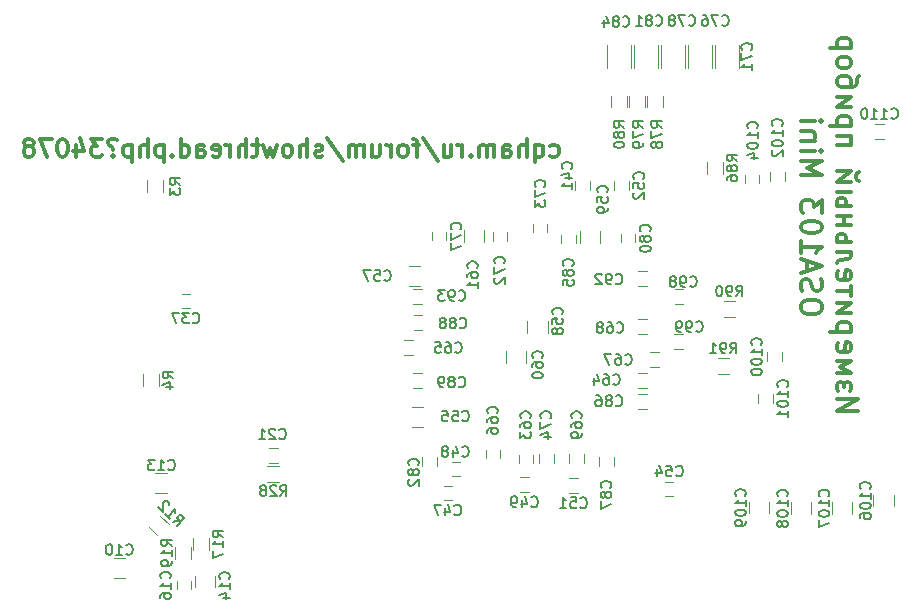
<source format=gbr>
G04 #@! TF.GenerationSoftware,KiCad,Pcbnew,(2018-01-18 revision 08b15a699)-makepkg*
G04 #@! TF.CreationDate,2018-01-23T16:45:18-05:00*
G04 #@! TF.ProjectId,osa103k,6F73613130336B2E6B696361645F7063,rev?*
G04 #@! TF.SameCoordinates,Original*
G04 #@! TF.FileFunction,Legend,Bot*
G04 #@! TF.FilePolarity,Positive*
%FSLAX46Y46*%
G04 Gerber Fmt 4.6, Leading zero omitted, Abs format (unit mm)*
G04 Created by KiCad (PCBNEW (2018-01-18 revision 08b15a699)-makepkg) date 01/23/18 16:45:18*
%MOMM*%
%LPD*%
G01*
G04 APERTURE LIST*
%ADD10C,0.300000*%
%ADD11C,0.120000*%
%ADD12C,0.150000*%
G04 APERTURE END LIST*
D10*
X102918571Y-54877142D02*
X103061428Y-54948571D01*
X103347142Y-54948571D01*
X103490000Y-54877142D01*
X103561428Y-54805714D01*
X103632857Y-54662857D01*
X103632857Y-54234285D01*
X103561428Y-54091428D01*
X103490000Y-54020000D01*
X103347142Y-53948571D01*
X103061428Y-53948571D01*
X102918571Y-54020000D01*
X101632857Y-53948571D02*
X101632857Y-55448571D01*
X101632857Y-54877142D02*
X101775714Y-54948571D01*
X102061428Y-54948571D01*
X102204285Y-54877142D01*
X102275714Y-54805714D01*
X102347142Y-54662857D01*
X102347142Y-54234285D01*
X102275714Y-54091428D01*
X102204285Y-54020000D01*
X102061428Y-53948571D01*
X101775714Y-53948571D01*
X101632857Y-54020000D01*
X100918571Y-54948571D02*
X100918571Y-53448571D01*
X100275714Y-54948571D02*
X100275714Y-54162857D01*
X100347142Y-54020000D01*
X100490000Y-53948571D01*
X100704285Y-53948571D01*
X100847142Y-54020000D01*
X100918571Y-54091428D01*
X98918571Y-54948571D02*
X98918571Y-54162857D01*
X98990000Y-54020000D01*
X99132857Y-53948571D01*
X99418571Y-53948571D01*
X99561428Y-54020000D01*
X98918571Y-54877142D02*
X99061428Y-54948571D01*
X99418571Y-54948571D01*
X99561428Y-54877142D01*
X99632857Y-54734285D01*
X99632857Y-54591428D01*
X99561428Y-54448571D01*
X99418571Y-54377142D01*
X99061428Y-54377142D01*
X98918571Y-54305714D01*
X98204285Y-54948571D02*
X98204285Y-53948571D01*
X98204285Y-54091428D02*
X98132857Y-54020000D01*
X97990000Y-53948571D01*
X97775714Y-53948571D01*
X97632857Y-54020000D01*
X97561428Y-54162857D01*
X97561428Y-54948571D01*
X97561428Y-54162857D02*
X97490000Y-54020000D01*
X97347142Y-53948571D01*
X97132857Y-53948571D01*
X96990000Y-54020000D01*
X96918571Y-54162857D01*
X96918571Y-54948571D01*
X96204285Y-54805714D02*
X96132857Y-54877142D01*
X96204285Y-54948571D01*
X96275714Y-54877142D01*
X96204285Y-54805714D01*
X96204285Y-54948571D01*
X95490000Y-54948571D02*
X95490000Y-53948571D01*
X95490000Y-54234285D02*
X95418571Y-54091428D01*
X95347142Y-54020000D01*
X95204285Y-53948571D01*
X95061428Y-53948571D01*
X93918571Y-53948571D02*
X93918571Y-54948571D01*
X94561428Y-53948571D02*
X94561428Y-54734285D01*
X94490000Y-54877142D01*
X94347142Y-54948571D01*
X94132857Y-54948571D01*
X93990000Y-54877142D01*
X93918571Y-54805714D01*
X92132857Y-53377142D02*
X93418571Y-55305714D01*
X91847142Y-53948571D02*
X91275714Y-53948571D01*
X91632857Y-54948571D02*
X91632857Y-53662857D01*
X91561428Y-53520000D01*
X91418571Y-53448571D01*
X91275714Y-53448571D01*
X90561428Y-54948571D02*
X90704285Y-54877142D01*
X90775714Y-54805714D01*
X90847142Y-54662857D01*
X90847142Y-54234285D01*
X90775714Y-54091428D01*
X90704285Y-54020000D01*
X90561428Y-53948571D01*
X90347142Y-53948571D01*
X90204285Y-54020000D01*
X90132857Y-54091428D01*
X90061428Y-54234285D01*
X90061428Y-54662857D01*
X90132857Y-54805714D01*
X90204285Y-54877142D01*
X90347142Y-54948571D01*
X90561428Y-54948571D01*
X89418571Y-54948571D02*
X89418571Y-53948571D01*
X89418571Y-54234285D02*
X89347142Y-54091428D01*
X89275714Y-54020000D01*
X89132857Y-53948571D01*
X88990000Y-53948571D01*
X87847142Y-53948571D02*
X87847142Y-54948571D01*
X88490000Y-53948571D02*
X88490000Y-54734285D01*
X88418571Y-54877142D01*
X88275714Y-54948571D01*
X88061428Y-54948571D01*
X87918571Y-54877142D01*
X87847142Y-54805714D01*
X87132857Y-54948571D02*
X87132857Y-53948571D01*
X87132857Y-54091428D02*
X87061428Y-54020000D01*
X86918571Y-53948571D01*
X86704285Y-53948571D01*
X86561428Y-54020000D01*
X86490000Y-54162857D01*
X86490000Y-54948571D01*
X86490000Y-54162857D02*
X86418571Y-54020000D01*
X86275714Y-53948571D01*
X86061428Y-53948571D01*
X85918571Y-54020000D01*
X85847142Y-54162857D01*
X85847142Y-54948571D01*
X84061428Y-53377142D02*
X85347142Y-55305714D01*
X83632857Y-54877142D02*
X83490000Y-54948571D01*
X83204285Y-54948571D01*
X83061428Y-54877142D01*
X82990000Y-54734285D01*
X82990000Y-54662857D01*
X83061428Y-54520000D01*
X83204285Y-54448571D01*
X83418571Y-54448571D01*
X83561428Y-54377142D01*
X83632857Y-54234285D01*
X83632857Y-54162857D01*
X83561428Y-54020000D01*
X83418571Y-53948571D01*
X83204285Y-53948571D01*
X83061428Y-54020000D01*
X82347142Y-54948571D02*
X82347142Y-53448571D01*
X81704285Y-54948571D02*
X81704285Y-54162857D01*
X81775714Y-54020000D01*
X81918571Y-53948571D01*
X82132857Y-53948571D01*
X82275714Y-54020000D01*
X82347142Y-54091428D01*
X80775714Y-54948571D02*
X80918571Y-54877142D01*
X80990000Y-54805714D01*
X81061428Y-54662857D01*
X81061428Y-54234285D01*
X80990000Y-54091428D01*
X80918571Y-54020000D01*
X80775714Y-53948571D01*
X80561428Y-53948571D01*
X80418571Y-54020000D01*
X80347142Y-54091428D01*
X80275714Y-54234285D01*
X80275714Y-54662857D01*
X80347142Y-54805714D01*
X80418571Y-54877142D01*
X80561428Y-54948571D01*
X80775714Y-54948571D01*
X79775714Y-53948571D02*
X79490000Y-54948571D01*
X79204285Y-54234285D01*
X78918571Y-54948571D01*
X78632857Y-53948571D01*
X78275714Y-53948571D02*
X77704285Y-53948571D01*
X78061428Y-53448571D02*
X78061428Y-54734285D01*
X77990000Y-54877142D01*
X77847142Y-54948571D01*
X77704285Y-54948571D01*
X77204285Y-54948571D02*
X77204285Y-53448571D01*
X76561428Y-54948571D02*
X76561428Y-54162857D01*
X76632857Y-54020000D01*
X76775714Y-53948571D01*
X76990000Y-53948571D01*
X77132857Y-54020000D01*
X77204285Y-54091428D01*
X75847142Y-54948571D02*
X75847142Y-53948571D01*
X75847142Y-54234285D02*
X75775714Y-54091428D01*
X75704285Y-54020000D01*
X75561428Y-53948571D01*
X75418571Y-53948571D01*
X74347142Y-54877142D02*
X74490000Y-54948571D01*
X74775714Y-54948571D01*
X74918571Y-54877142D01*
X74990000Y-54734285D01*
X74990000Y-54162857D01*
X74918571Y-54020000D01*
X74775714Y-53948571D01*
X74490000Y-53948571D01*
X74347142Y-54020000D01*
X74275714Y-54162857D01*
X74275714Y-54305714D01*
X74990000Y-54448571D01*
X72990000Y-54948571D02*
X72990000Y-54162857D01*
X73061428Y-54020000D01*
X73204285Y-53948571D01*
X73490000Y-53948571D01*
X73632857Y-54020000D01*
X72990000Y-54877142D02*
X73132857Y-54948571D01*
X73490000Y-54948571D01*
X73632857Y-54877142D01*
X73704285Y-54734285D01*
X73704285Y-54591428D01*
X73632857Y-54448571D01*
X73490000Y-54377142D01*
X73132857Y-54377142D01*
X72990000Y-54305714D01*
X71632857Y-54948571D02*
X71632857Y-53448571D01*
X71632857Y-54877142D02*
X71775714Y-54948571D01*
X72061428Y-54948571D01*
X72204285Y-54877142D01*
X72275714Y-54805714D01*
X72347142Y-54662857D01*
X72347142Y-54234285D01*
X72275714Y-54091428D01*
X72204285Y-54020000D01*
X72061428Y-53948571D01*
X71775714Y-53948571D01*
X71632857Y-54020000D01*
X70918571Y-54805714D02*
X70847142Y-54877142D01*
X70918571Y-54948571D01*
X70990000Y-54877142D01*
X70918571Y-54805714D01*
X70918571Y-54948571D01*
X70204285Y-53948571D02*
X70204285Y-55448571D01*
X70204285Y-54020000D02*
X70061428Y-53948571D01*
X69775714Y-53948571D01*
X69632857Y-54020000D01*
X69561428Y-54091428D01*
X69490000Y-54234285D01*
X69490000Y-54662857D01*
X69561428Y-54805714D01*
X69632857Y-54877142D01*
X69775714Y-54948571D01*
X70061428Y-54948571D01*
X70204285Y-54877142D01*
X68847142Y-54948571D02*
X68847142Y-53448571D01*
X68204285Y-54948571D02*
X68204285Y-54162857D01*
X68275714Y-54020000D01*
X68418571Y-53948571D01*
X68632857Y-53948571D01*
X68775714Y-54020000D01*
X68847142Y-54091428D01*
X67490000Y-53948571D02*
X67490000Y-55448571D01*
X67490000Y-54020000D02*
X67347142Y-53948571D01*
X67061428Y-53948571D01*
X66918571Y-54020000D01*
X66847142Y-54091428D01*
X66775714Y-54234285D01*
X66775714Y-54662857D01*
X66847142Y-54805714D01*
X66918571Y-54877142D01*
X67061428Y-54948571D01*
X67347142Y-54948571D01*
X67490000Y-54877142D01*
X65918571Y-54805714D02*
X65847142Y-54877142D01*
X65918571Y-54948571D01*
X65990000Y-54877142D01*
X65918571Y-54805714D01*
X65918571Y-54948571D01*
X66204285Y-53520000D02*
X66061428Y-53448571D01*
X65704285Y-53448571D01*
X65561428Y-53520000D01*
X65490000Y-53662857D01*
X65490000Y-53805714D01*
X65561428Y-53948571D01*
X65632857Y-54020000D01*
X65775714Y-54091428D01*
X65847142Y-54162857D01*
X65918571Y-54305714D01*
X65918571Y-54377142D01*
X64990000Y-53448571D02*
X64061428Y-53448571D01*
X64561428Y-54020000D01*
X64347142Y-54020000D01*
X64204285Y-54091428D01*
X64132857Y-54162857D01*
X64061428Y-54305714D01*
X64061428Y-54662857D01*
X64132857Y-54805714D01*
X64204285Y-54877142D01*
X64347142Y-54948571D01*
X64775714Y-54948571D01*
X64918571Y-54877142D01*
X64990000Y-54805714D01*
X62775714Y-53948571D02*
X62775714Y-54948571D01*
X63132857Y-53377142D02*
X63490000Y-54448571D01*
X62561428Y-54448571D01*
X61704285Y-53448571D02*
X61561428Y-53448571D01*
X61418571Y-53520000D01*
X61347142Y-53591428D01*
X61275714Y-53734285D01*
X61204285Y-54020000D01*
X61204285Y-54377142D01*
X61275714Y-54662857D01*
X61347142Y-54805714D01*
X61418571Y-54877142D01*
X61561428Y-54948571D01*
X61704285Y-54948571D01*
X61847142Y-54877142D01*
X61918571Y-54805714D01*
X61990000Y-54662857D01*
X62061428Y-54377142D01*
X62061428Y-54020000D01*
X61990000Y-53734285D01*
X61918571Y-53591428D01*
X61847142Y-53520000D01*
X61704285Y-53448571D01*
X60704285Y-53448571D02*
X59704285Y-53448571D01*
X60347142Y-54948571D01*
X58918571Y-54091428D02*
X59061428Y-54020000D01*
X59132857Y-53948571D01*
X59204285Y-53805714D01*
X59204285Y-53734285D01*
X59132857Y-53591428D01*
X59061428Y-53520000D01*
X58918571Y-53448571D01*
X58632857Y-53448571D01*
X58490000Y-53520000D01*
X58418571Y-53591428D01*
X58347142Y-53734285D01*
X58347142Y-53805714D01*
X58418571Y-53948571D01*
X58490000Y-54020000D01*
X58632857Y-54091428D01*
X58918571Y-54091428D01*
X59061428Y-54162857D01*
X59132857Y-54234285D01*
X59204285Y-54377142D01*
X59204285Y-54662857D01*
X59132857Y-54805714D01*
X59061428Y-54877142D01*
X58918571Y-54948571D01*
X58632857Y-54948571D01*
X58490000Y-54877142D01*
X58418571Y-54805714D01*
X58347142Y-54662857D01*
X58347142Y-54377142D01*
X58418571Y-54234285D01*
X58490000Y-54162857D01*
X58632857Y-54091428D01*
X128975714Y-76527142D02*
X127175714Y-76527142D01*
X128975714Y-75498571D01*
X127175714Y-75498571D01*
X127775714Y-74470000D02*
X127775714Y-74298571D01*
X128290000Y-74812857D02*
X128375714Y-74641428D01*
X128375714Y-74298571D01*
X128290000Y-74127142D01*
X128118571Y-74041428D01*
X128032857Y-74041428D01*
X127861428Y-74127142D01*
X127775714Y-74298571D01*
X127690000Y-74127142D01*
X127518571Y-74041428D01*
X127432857Y-74041428D01*
X127261428Y-74127142D01*
X127175714Y-74298571D01*
X127175714Y-74641428D01*
X127261428Y-74812857D01*
X127175714Y-73270000D02*
X128375714Y-73270000D01*
X127432857Y-72755714D01*
X128375714Y-72241428D01*
X127175714Y-72241428D01*
X127261428Y-70698571D02*
X127175714Y-70870000D01*
X127175714Y-71212857D01*
X127261428Y-71384285D01*
X127432857Y-71470000D01*
X128118571Y-71470000D01*
X128290000Y-71384285D01*
X128375714Y-71212857D01*
X128375714Y-70870000D01*
X128290000Y-70698571D01*
X128118571Y-70612857D01*
X127947142Y-70612857D01*
X127775714Y-71470000D01*
X128375714Y-69841428D02*
X126575714Y-69841428D01*
X128290000Y-69841428D02*
X128375714Y-69670000D01*
X128375714Y-69327142D01*
X128290000Y-69155714D01*
X128204285Y-69070000D01*
X128032857Y-68984285D01*
X127518571Y-68984285D01*
X127347142Y-69070000D01*
X127261428Y-69155714D01*
X127175714Y-69327142D01*
X127175714Y-69670000D01*
X127261428Y-69841428D01*
X128375714Y-68212857D02*
X127175714Y-68212857D01*
X128375714Y-67355714D01*
X127175714Y-67355714D01*
X128375714Y-66755714D02*
X128375714Y-65898571D01*
X128375714Y-66327142D02*
X127175714Y-66327142D01*
X127261428Y-64612857D02*
X127175714Y-64784285D01*
X127175714Y-65127142D01*
X127261428Y-65298571D01*
X127432857Y-65384285D01*
X128118571Y-65384285D01*
X128290000Y-65298571D01*
X128375714Y-65127142D01*
X128375714Y-64784285D01*
X128290000Y-64612857D01*
X128118571Y-64527142D01*
X127947142Y-64527142D01*
X127775714Y-65384285D01*
X127175714Y-63070000D02*
X128375714Y-63070000D01*
X128375714Y-63327142D01*
X128290000Y-63498571D01*
X128118571Y-63584285D01*
X127432857Y-63670000D01*
X127261428Y-63755714D01*
X127175714Y-63927142D01*
X128375714Y-62212857D02*
X127175714Y-62212857D01*
X127175714Y-61784285D01*
X127261428Y-61612857D01*
X127432857Y-61527142D01*
X127690000Y-61527142D01*
X127861428Y-61612857D01*
X127947142Y-61784285D01*
X127947142Y-62212857D01*
X127775714Y-60755714D02*
X127775714Y-59984285D01*
X128375714Y-60755714D02*
X127175714Y-60755714D01*
X128375714Y-59984285D02*
X127175714Y-59984285D01*
X128375714Y-57927142D02*
X127175714Y-57927142D01*
X128375714Y-59127142D02*
X127175714Y-59127142D01*
X127175714Y-58698571D01*
X127261428Y-58527142D01*
X127432857Y-58441428D01*
X127690000Y-58441428D01*
X127861428Y-58527142D01*
X127947142Y-58698571D01*
X127947142Y-59127142D01*
X128375714Y-57070000D02*
X127175714Y-57070000D01*
X128375714Y-56212857D01*
X127175714Y-56212857D01*
X129061428Y-56984285D02*
X128890000Y-56898571D01*
X128804285Y-56727142D01*
X128804285Y-56555714D01*
X128890000Y-56384285D01*
X129061428Y-56298571D01*
X127175714Y-53984285D02*
X128375714Y-53984285D01*
X128375714Y-53212857D01*
X127175714Y-53212857D01*
X128375714Y-52355714D02*
X126575714Y-52355714D01*
X128290000Y-52355714D02*
X128375714Y-52184285D01*
X128375714Y-51841428D01*
X128290000Y-51670000D01*
X128204285Y-51584285D01*
X128032857Y-51498571D01*
X127518571Y-51498571D01*
X127347142Y-51584285D01*
X127261428Y-51670000D01*
X127175714Y-51841428D01*
X127175714Y-52184285D01*
X127261428Y-52355714D01*
X128375714Y-50727142D02*
X127175714Y-50727142D01*
X128375714Y-49870000D01*
X127175714Y-49870000D01*
X129061428Y-48155714D02*
X128975714Y-48241428D01*
X128890000Y-48412857D01*
X128890000Y-48755714D01*
X128804285Y-48927142D01*
X128718571Y-49012857D01*
X128547142Y-49098571D01*
X127518571Y-49098571D01*
X127347142Y-49012857D01*
X127261428Y-48927142D01*
X127175714Y-48755714D01*
X127175714Y-48498571D01*
X127261428Y-48327142D01*
X127347142Y-48241428D01*
X127518571Y-48155714D01*
X128032857Y-48155714D01*
X128204285Y-48241428D01*
X128290000Y-48327142D01*
X128375714Y-48498571D01*
X128375714Y-48841428D01*
X128290000Y-49012857D01*
X128204285Y-49098571D01*
X127175714Y-47127142D02*
X127261428Y-47298571D01*
X127347142Y-47384285D01*
X127518571Y-47470000D01*
X128032857Y-47470000D01*
X128204285Y-47384285D01*
X128290000Y-47298571D01*
X128375714Y-47127142D01*
X128375714Y-46870000D01*
X128290000Y-46698571D01*
X128204285Y-46612857D01*
X128032857Y-46527142D01*
X127518571Y-46527142D01*
X127347142Y-46612857D01*
X127261428Y-46698571D01*
X127175714Y-46870000D01*
X127175714Y-47127142D01*
X128375714Y-45755714D02*
X126575714Y-45755714D01*
X128290000Y-45755714D02*
X128375714Y-45584285D01*
X128375714Y-45241428D01*
X128290000Y-45070000D01*
X128204285Y-44984285D01*
X128032857Y-44898571D01*
X127518571Y-44898571D01*
X127347142Y-44984285D01*
X127261428Y-45070000D01*
X127175714Y-45241428D01*
X127175714Y-45584285D01*
X127261428Y-45755714D01*
X125975714Y-67827142D02*
X125975714Y-67484285D01*
X125890000Y-67312857D01*
X125718571Y-67141428D01*
X125375714Y-67055714D01*
X124775714Y-67055714D01*
X124432857Y-67141428D01*
X124261428Y-67312857D01*
X124175714Y-67484285D01*
X124175714Y-67827142D01*
X124261428Y-67998571D01*
X124432857Y-68170000D01*
X124775714Y-68255714D01*
X125375714Y-68255714D01*
X125718571Y-68170000D01*
X125890000Y-67998571D01*
X125975714Y-67827142D01*
X124261428Y-66370000D02*
X124175714Y-66112857D01*
X124175714Y-65684285D01*
X124261428Y-65512857D01*
X124347142Y-65427142D01*
X124518571Y-65341428D01*
X124690000Y-65341428D01*
X124861428Y-65427142D01*
X124947142Y-65512857D01*
X125032857Y-65684285D01*
X125118571Y-66027142D01*
X125204285Y-66198571D01*
X125290000Y-66284285D01*
X125461428Y-66370000D01*
X125632857Y-66370000D01*
X125804285Y-66284285D01*
X125890000Y-66198571D01*
X125975714Y-66027142D01*
X125975714Y-65598571D01*
X125890000Y-65341428D01*
X124690000Y-64655714D02*
X124690000Y-63798571D01*
X124175714Y-64827142D02*
X125975714Y-64227142D01*
X124175714Y-63627142D01*
X124175714Y-62084285D02*
X124175714Y-63112857D01*
X124175714Y-62598571D02*
X125975714Y-62598571D01*
X125718571Y-62770000D01*
X125547142Y-62941428D01*
X125461428Y-63112857D01*
X125975714Y-60970000D02*
X125975714Y-60798571D01*
X125890000Y-60627142D01*
X125804285Y-60541428D01*
X125632857Y-60455714D01*
X125290000Y-60370000D01*
X124861428Y-60370000D01*
X124518571Y-60455714D01*
X124347142Y-60541428D01*
X124261428Y-60627142D01*
X124175714Y-60798571D01*
X124175714Y-60970000D01*
X124261428Y-61141428D01*
X124347142Y-61227142D01*
X124518571Y-61312857D01*
X124861428Y-61398571D01*
X125290000Y-61398571D01*
X125632857Y-61312857D01*
X125804285Y-61227142D01*
X125890000Y-61141428D01*
X125975714Y-60970000D01*
X125975714Y-59770000D02*
X125975714Y-58655714D01*
X125290000Y-59255714D01*
X125290000Y-58998571D01*
X125204285Y-58827142D01*
X125118571Y-58741428D01*
X124947142Y-58655714D01*
X124518571Y-58655714D01*
X124347142Y-58741428D01*
X124261428Y-58827142D01*
X124175714Y-58998571D01*
X124175714Y-59512857D01*
X124261428Y-59684285D01*
X124347142Y-59770000D01*
X124175714Y-56512857D02*
X125975714Y-56512857D01*
X124690000Y-55912857D01*
X125975714Y-55312857D01*
X124175714Y-55312857D01*
X124175714Y-54455714D02*
X125375714Y-54455714D01*
X125975714Y-54455714D02*
X125890000Y-54541428D01*
X125804285Y-54455714D01*
X125890000Y-54370000D01*
X125975714Y-54455714D01*
X125804285Y-54455714D01*
X125375714Y-53598571D02*
X124175714Y-53598571D01*
X125204285Y-53598571D02*
X125290000Y-53512857D01*
X125375714Y-53341428D01*
X125375714Y-53084285D01*
X125290000Y-52912857D01*
X125118571Y-52827142D01*
X124175714Y-52827142D01*
X124175714Y-51970000D02*
X125375714Y-51970000D01*
X125975714Y-51970000D02*
X125890000Y-52055714D01*
X125804285Y-51970000D01*
X125890000Y-51884285D01*
X125975714Y-51970000D01*
X125804285Y-51970000D01*
D11*
X65950000Y-88920000D02*
X66950000Y-88920000D01*
X66950000Y-90620000D02*
X65950000Y-90620000D01*
X70500000Y-83450000D02*
X69500000Y-83450000D01*
X69500000Y-81750000D02*
X70500000Y-81750000D01*
X74510000Y-90432000D02*
X74510000Y-91432000D01*
X72810000Y-91432000D02*
X72810000Y-90432000D01*
X71300000Y-90900000D02*
X71300000Y-91600000D01*
X72500000Y-91600000D02*
X72500000Y-90900000D01*
X79152000Y-80864000D02*
X79852000Y-80864000D01*
X79852000Y-79664000D02*
X79152000Y-79664000D01*
X72420000Y-66570000D02*
X71720000Y-66570000D01*
X71720000Y-67770000D02*
X72420000Y-67770000D01*
X105064000Y-57054000D02*
X105064000Y-57754000D01*
X106264000Y-57754000D02*
X106264000Y-57054000D01*
X94590000Y-82820000D02*
X93890000Y-82820000D01*
X93890000Y-84020000D02*
X94590000Y-84020000D01*
X95290000Y-80820000D02*
X94590000Y-80820000D01*
X94590000Y-82020000D02*
X95290000Y-82020000D01*
X100390000Y-83320000D02*
X101090000Y-83320000D01*
X101090000Y-82120000D02*
X100390000Y-82120000D01*
X104540000Y-83404000D02*
X105240000Y-83404000D01*
X105240000Y-82204000D02*
X104540000Y-82204000D01*
X108366000Y-57054000D02*
X108366000Y-57754000D01*
X109566000Y-57754000D02*
X109566000Y-57054000D01*
X112650000Y-83700000D02*
X113350000Y-83700000D01*
X113350000Y-82500000D02*
X112650000Y-82500000D01*
X92194000Y-77812000D02*
X91194000Y-77812000D01*
X91194000Y-76112000D02*
X92194000Y-76112000D01*
X91940000Y-65874000D02*
X90940000Y-65874000D01*
X90940000Y-64174000D02*
X91940000Y-64174000D01*
X101000000Y-69850000D02*
X101000000Y-68850000D01*
X102700000Y-68850000D02*
X102700000Y-69850000D01*
X107170000Y-61230000D02*
X107170000Y-62230000D01*
X105470000Y-62230000D02*
X105470000Y-61230000D01*
X99200000Y-72450000D02*
X99200000Y-71450000D01*
X100900000Y-71450000D02*
X100900000Y-72450000D01*
X95610000Y-62210000D02*
X95610000Y-61210000D01*
X97310000Y-61210000D02*
X97310000Y-62210000D01*
X101440000Y-80920000D02*
X101440000Y-80220000D01*
X100240000Y-80220000D02*
X100240000Y-80920000D01*
X110394000Y-74514000D02*
X111094000Y-74514000D01*
X111094000Y-73314000D02*
X110394000Y-73314000D01*
X90582000Y-71720000D02*
X91282000Y-71720000D01*
X91282000Y-70520000D02*
X90582000Y-70520000D01*
X97490000Y-79770000D02*
X97490000Y-80470000D01*
X98690000Y-80470000D02*
X98690000Y-79770000D01*
X112110000Y-71536000D02*
X111410000Y-71536000D01*
X111410000Y-72736000D02*
X112110000Y-72736000D01*
X110394000Y-69942000D02*
X111094000Y-69942000D01*
X111094000Y-68742000D02*
X110394000Y-68742000D01*
X104556000Y-80168000D02*
X104556000Y-80868000D01*
X105756000Y-80868000D02*
X105756000Y-80168000D01*
X118876000Y-45482000D02*
X118876000Y-47482000D01*
X116836000Y-47482000D02*
X116836000Y-45482000D01*
X99250000Y-62060000D02*
X99250000Y-61360000D01*
X98050000Y-61360000D02*
X98050000Y-62060000D01*
X102640000Y-61322000D02*
X102640000Y-60622000D01*
X101440000Y-60622000D02*
X101440000Y-61322000D01*
X102016000Y-80156000D02*
X102016000Y-80856000D01*
X103216000Y-80856000D02*
X103216000Y-80156000D01*
X116590000Y-45482000D02*
X116590000Y-47482000D01*
X114550000Y-47482000D02*
X114550000Y-45482000D01*
X94090000Y-62040000D02*
X94090000Y-61340000D01*
X92890000Y-61340000D02*
X92890000Y-62040000D01*
X114304000Y-45482000D02*
X114304000Y-47482000D01*
X112264000Y-47482000D02*
X112264000Y-45482000D01*
X110110000Y-62220000D02*
X110110000Y-61520000D01*
X108910000Y-61520000D02*
X108910000Y-62220000D01*
X109978000Y-47482000D02*
X109978000Y-45482000D01*
X112018000Y-45482000D02*
X112018000Y-47482000D01*
X92110000Y-80410000D02*
X92110000Y-81110000D01*
X93310000Y-81110000D02*
X93310000Y-80410000D01*
X107692000Y-47482000D02*
X107692000Y-45482000D01*
X109732000Y-45482000D02*
X109732000Y-47482000D01*
X103880000Y-61550000D02*
X103880000Y-62250000D01*
X105080000Y-62250000D02*
X105080000Y-61550000D01*
X111094000Y-75092000D02*
X110394000Y-75092000D01*
X110394000Y-76292000D02*
X111094000Y-76292000D01*
X108296000Y-81122000D02*
X108296000Y-80422000D01*
X107096000Y-80422000D02*
X107096000Y-81122000D01*
X91400000Y-69600000D02*
X92100000Y-69600000D01*
X92100000Y-68400000D02*
X91400000Y-68400000D01*
X91344000Y-74514000D02*
X92044000Y-74514000D01*
X92044000Y-73314000D02*
X91344000Y-73314000D01*
X110394000Y-65878000D02*
X111094000Y-65878000D01*
X111094000Y-64678000D02*
X110394000Y-64678000D01*
X91344000Y-67402000D02*
X92044000Y-67402000D01*
X92044000Y-66202000D02*
X91344000Y-66202000D01*
X114154000Y-66202000D02*
X113454000Y-66202000D01*
X113454000Y-67402000D02*
X114154000Y-67402000D01*
X114130000Y-70012000D02*
X113430000Y-70012000D01*
X113430000Y-71212000D02*
X114130000Y-71212000D01*
X122520000Y-72232000D02*
X122520000Y-71532000D01*
X121320000Y-71532000D02*
X121320000Y-72232000D01*
X120558000Y-75088000D02*
X120558000Y-75788000D01*
X121758000Y-75788000D02*
X121758000Y-75088000D01*
X121574000Y-56292000D02*
X121574000Y-56992000D01*
X122774000Y-56992000D02*
X122774000Y-56292000D01*
X120600000Y-57200000D02*
X120600000Y-56500000D01*
X119400000Y-56500000D02*
X119400000Y-57200000D01*
X131990000Y-83574000D02*
X131990000Y-84574000D01*
X130290000Y-84574000D02*
X130290000Y-83574000D01*
X126790000Y-85220000D02*
X126790000Y-84220000D01*
X128490000Y-84220000D02*
X128490000Y-85220000D01*
X123290000Y-85220000D02*
X123290000Y-84220000D01*
X124990000Y-84220000D02*
X124990000Y-85220000D01*
X121440000Y-84170000D02*
X121440000Y-85170000D01*
X119740000Y-85170000D02*
X119740000Y-84170000D01*
X130460000Y-53432000D02*
X131160000Y-53432000D01*
X131160000Y-52232000D02*
X130460000Y-52232000D01*
X70140000Y-57910000D02*
X70140000Y-56910000D01*
X68780000Y-56910000D02*
X68780000Y-57910000D01*
X69830000Y-74380000D02*
X69830000Y-73380000D01*
X68470000Y-73380000D02*
X68470000Y-74380000D01*
X70634386Y-86052721D02*
X69927279Y-85345614D01*
X68965614Y-86307279D02*
X69672721Y-87014386D01*
X74070000Y-88270000D02*
X74070000Y-87270000D01*
X72710000Y-87270000D02*
X72710000Y-88270000D01*
X71180000Y-88000000D02*
X71180000Y-89000000D01*
X72540000Y-89000000D02*
X72540000Y-88000000D01*
X78980000Y-82530000D02*
X79980000Y-82530000D01*
X79980000Y-81170000D02*
X78980000Y-81170000D01*
X112440000Y-50792000D02*
X112440000Y-49792000D01*
X111080000Y-49792000D02*
X111080000Y-50792000D01*
X109556000Y-49792000D02*
X109556000Y-50792000D01*
X110916000Y-50792000D02*
X110916000Y-49792000D01*
X109392000Y-50792000D02*
X109392000Y-49792000D01*
X108032000Y-49792000D02*
X108032000Y-50792000D01*
X116220000Y-55400000D02*
X116220000Y-56400000D01*
X117580000Y-56400000D02*
X117580000Y-55400000D01*
X117610000Y-68498000D02*
X118610000Y-68498000D01*
X118610000Y-67138000D02*
X117610000Y-67138000D01*
X117102000Y-73324000D02*
X118102000Y-73324000D01*
X118102000Y-71964000D02*
X117102000Y-71964000D01*
D12*
X67028571Y-88591428D02*
X67071428Y-88634285D01*
X67200000Y-88677142D01*
X67285714Y-88677142D01*
X67414285Y-88634285D01*
X67500000Y-88548571D01*
X67542857Y-88462857D01*
X67585714Y-88291428D01*
X67585714Y-88162857D01*
X67542857Y-87991428D01*
X67500000Y-87905714D01*
X67414285Y-87820000D01*
X67285714Y-87777142D01*
X67200000Y-87777142D01*
X67071428Y-87820000D01*
X67028571Y-87862857D01*
X66171428Y-88677142D02*
X66685714Y-88677142D01*
X66428571Y-88677142D02*
X66428571Y-87777142D01*
X66514285Y-87905714D01*
X66600000Y-87991428D01*
X66685714Y-88034285D01*
X65614285Y-87777142D02*
X65528571Y-87777142D01*
X65442857Y-87820000D01*
X65400000Y-87862857D01*
X65357142Y-87948571D01*
X65314285Y-88120000D01*
X65314285Y-88334285D01*
X65357142Y-88505714D01*
X65400000Y-88591428D01*
X65442857Y-88634285D01*
X65528571Y-88677142D01*
X65614285Y-88677142D01*
X65700000Y-88634285D01*
X65742857Y-88591428D01*
X65785714Y-88505714D01*
X65828571Y-88334285D01*
X65828571Y-88120000D01*
X65785714Y-87948571D01*
X65742857Y-87862857D01*
X65700000Y-87820000D01*
X65614285Y-87777142D01*
X70578571Y-81421428D02*
X70621428Y-81464285D01*
X70750000Y-81507142D01*
X70835714Y-81507142D01*
X70964285Y-81464285D01*
X71050000Y-81378571D01*
X71092857Y-81292857D01*
X71135714Y-81121428D01*
X71135714Y-80992857D01*
X71092857Y-80821428D01*
X71050000Y-80735714D01*
X70964285Y-80650000D01*
X70835714Y-80607142D01*
X70750000Y-80607142D01*
X70621428Y-80650000D01*
X70578571Y-80692857D01*
X69721428Y-81507142D02*
X70235714Y-81507142D01*
X69978571Y-81507142D02*
X69978571Y-80607142D01*
X70064285Y-80735714D01*
X70150000Y-80821428D01*
X70235714Y-80864285D01*
X69421428Y-80607142D02*
X68864285Y-80607142D01*
X69164285Y-80950000D01*
X69035714Y-80950000D01*
X68950000Y-80992857D01*
X68907142Y-81035714D01*
X68864285Y-81121428D01*
X68864285Y-81335714D01*
X68907142Y-81421428D01*
X68950000Y-81464285D01*
X69035714Y-81507142D01*
X69292857Y-81507142D01*
X69378571Y-81464285D01*
X69421428Y-81421428D01*
X75711428Y-90691428D02*
X75754285Y-90648571D01*
X75797142Y-90520000D01*
X75797142Y-90434285D01*
X75754285Y-90305714D01*
X75668571Y-90220000D01*
X75582857Y-90177142D01*
X75411428Y-90134285D01*
X75282857Y-90134285D01*
X75111428Y-90177142D01*
X75025714Y-90220000D01*
X74940000Y-90305714D01*
X74897142Y-90434285D01*
X74897142Y-90520000D01*
X74940000Y-90648571D01*
X74982857Y-90691428D01*
X75797142Y-91548571D02*
X75797142Y-91034285D01*
X75797142Y-91291428D02*
X74897142Y-91291428D01*
X75025714Y-91205714D01*
X75111428Y-91120000D01*
X75154285Y-91034285D01*
X75197142Y-92320000D02*
X75797142Y-92320000D01*
X74854285Y-92105714D02*
X75497142Y-91891428D01*
X75497142Y-92448571D01*
X70721428Y-90671428D02*
X70764285Y-90628571D01*
X70807142Y-90500000D01*
X70807142Y-90414285D01*
X70764285Y-90285714D01*
X70678571Y-90200000D01*
X70592857Y-90157142D01*
X70421428Y-90114285D01*
X70292857Y-90114285D01*
X70121428Y-90157142D01*
X70035714Y-90200000D01*
X69950000Y-90285714D01*
X69907142Y-90414285D01*
X69907142Y-90500000D01*
X69950000Y-90628571D01*
X69992857Y-90671428D01*
X70807142Y-91528571D02*
X70807142Y-91014285D01*
X70807142Y-91271428D02*
X69907142Y-91271428D01*
X70035714Y-91185714D01*
X70121428Y-91100000D01*
X70164285Y-91014285D01*
X69907142Y-92300000D02*
X69907142Y-92128571D01*
X69950000Y-92042857D01*
X69992857Y-92000000D01*
X70121428Y-91914285D01*
X70292857Y-91871428D01*
X70635714Y-91871428D01*
X70721428Y-91914285D01*
X70764285Y-91957142D01*
X70807142Y-92042857D01*
X70807142Y-92214285D01*
X70764285Y-92300000D01*
X70721428Y-92342857D01*
X70635714Y-92385714D01*
X70421428Y-92385714D01*
X70335714Y-92342857D01*
X70292857Y-92300000D01*
X70250000Y-92214285D01*
X70250000Y-92042857D01*
X70292857Y-91957142D01*
X70335714Y-91914285D01*
X70421428Y-91871428D01*
X79968571Y-78791428D02*
X80011428Y-78834285D01*
X80140000Y-78877142D01*
X80225714Y-78877142D01*
X80354285Y-78834285D01*
X80440000Y-78748571D01*
X80482857Y-78662857D01*
X80525714Y-78491428D01*
X80525714Y-78362857D01*
X80482857Y-78191428D01*
X80440000Y-78105714D01*
X80354285Y-78020000D01*
X80225714Y-77977142D01*
X80140000Y-77977142D01*
X80011428Y-78020000D01*
X79968571Y-78062857D01*
X79625714Y-78062857D02*
X79582857Y-78020000D01*
X79497142Y-77977142D01*
X79282857Y-77977142D01*
X79197142Y-78020000D01*
X79154285Y-78062857D01*
X79111428Y-78148571D01*
X79111428Y-78234285D01*
X79154285Y-78362857D01*
X79668571Y-78877142D01*
X79111428Y-78877142D01*
X78254285Y-78877142D02*
X78768571Y-78877142D01*
X78511428Y-78877142D02*
X78511428Y-77977142D01*
X78597142Y-78105714D01*
X78682857Y-78191428D01*
X78768571Y-78234285D01*
X72648571Y-68991428D02*
X72691428Y-69034285D01*
X72820000Y-69077142D01*
X72905714Y-69077142D01*
X73034285Y-69034285D01*
X73120000Y-68948571D01*
X73162857Y-68862857D01*
X73205714Y-68691428D01*
X73205714Y-68562857D01*
X73162857Y-68391428D01*
X73120000Y-68305714D01*
X73034285Y-68220000D01*
X72905714Y-68177142D01*
X72820000Y-68177142D01*
X72691428Y-68220000D01*
X72648571Y-68262857D01*
X72348571Y-68177142D02*
X71791428Y-68177142D01*
X72091428Y-68520000D01*
X71962857Y-68520000D01*
X71877142Y-68562857D01*
X71834285Y-68605714D01*
X71791428Y-68691428D01*
X71791428Y-68905714D01*
X71834285Y-68991428D01*
X71877142Y-69034285D01*
X71962857Y-69077142D01*
X72220000Y-69077142D01*
X72305714Y-69034285D01*
X72348571Y-68991428D01*
X71491428Y-68177142D02*
X70891428Y-68177142D01*
X71277142Y-69077142D01*
X104711428Y-55991428D02*
X104754285Y-55948571D01*
X104797142Y-55820000D01*
X104797142Y-55734285D01*
X104754285Y-55605714D01*
X104668571Y-55520000D01*
X104582857Y-55477142D01*
X104411428Y-55434285D01*
X104282857Y-55434285D01*
X104111428Y-55477142D01*
X104025714Y-55520000D01*
X103940000Y-55605714D01*
X103897142Y-55734285D01*
X103897142Y-55820000D01*
X103940000Y-55948571D01*
X103982857Y-55991428D01*
X104197142Y-56762857D02*
X104797142Y-56762857D01*
X103854285Y-56548571D02*
X104497142Y-56334285D01*
X104497142Y-56891428D01*
X104797142Y-57705714D02*
X104797142Y-57191428D01*
X104797142Y-57448571D02*
X103897142Y-57448571D01*
X104025714Y-57362857D01*
X104111428Y-57277142D01*
X104154285Y-57191428D01*
X94818571Y-85241428D02*
X94861428Y-85284285D01*
X94990000Y-85327142D01*
X95075714Y-85327142D01*
X95204285Y-85284285D01*
X95290000Y-85198571D01*
X95332857Y-85112857D01*
X95375714Y-84941428D01*
X95375714Y-84812857D01*
X95332857Y-84641428D01*
X95290000Y-84555714D01*
X95204285Y-84470000D01*
X95075714Y-84427142D01*
X94990000Y-84427142D01*
X94861428Y-84470000D01*
X94818571Y-84512857D01*
X94047142Y-84727142D02*
X94047142Y-85327142D01*
X94261428Y-84384285D02*
X94475714Y-85027142D01*
X93918571Y-85027142D01*
X93661428Y-84427142D02*
X93061428Y-84427142D01*
X93447142Y-85327142D01*
X95468571Y-80291428D02*
X95511428Y-80334285D01*
X95640000Y-80377142D01*
X95725714Y-80377142D01*
X95854285Y-80334285D01*
X95940000Y-80248571D01*
X95982857Y-80162857D01*
X96025714Y-79991428D01*
X96025714Y-79862857D01*
X95982857Y-79691428D01*
X95940000Y-79605714D01*
X95854285Y-79520000D01*
X95725714Y-79477142D01*
X95640000Y-79477142D01*
X95511428Y-79520000D01*
X95468571Y-79562857D01*
X94697142Y-79777142D02*
X94697142Y-80377142D01*
X94911428Y-79434285D02*
X95125714Y-80077142D01*
X94568571Y-80077142D01*
X94097142Y-79862857D02*
X94182857Y-79820000D01*
X94225714Y-79777142D01*
X94268571Y-79691428D01*
X94268571Y-79648571D01*
X94225714Y-79562857D01*
X94182857Y-79520000D01*
X94097142Y-79477142D01*
X93925714Y-79477142D01*
X93840000Y-79520000D01*
X93797142Y-79562857D01*
X93754285Y-79648571D01*
X93754285Y-79691428D01*
X93797142Y-79777142D01*
X93840000Y-79820000D01*
X93925714Y-79862857D01*
X94097142Y-79862857D01*
X94182857Y-79905714D01*
X94225714Y-79948571D01*
X94268571Y-80034285D01*
X94268571Y-80205714D01*
X94225714Y-80291428D01*
X94182857Y-80334285D01*
X94097142Y-80377142D01*
X93925714Y-80377142D01*
X93840000Y-80334285D01*
X93797142Y-80291428D01*
X93754285Y-80205714D01*
X93754285Y-80034285D01*
X93797142Y-79948571D01*
X93840000Y-79905714D01*
X93925714Y-79862857D01*
X101318571Y-84541428D02*
X101361428Y-84584285D01*
X101490000Y-84627142D01*
X101575714Y-84627142D01*
X101704285Y-84584285D01*
X101790000Y-84498571D01*
X101832857Y-84412857D01*
X101875714Y-84241428D01*
X101875714Y-84112857D01*
X101832857Y-83941428D01*
X101790000Y-83855714D01*
X101704285Y-83770000D01*
X101575714Y-83727142D01*
X101490000Y-83727142D01*
X101361428Y-83770000D01*
X101318571Y-83812857D01*
X100547142Y-84027142D02*
X100547142Y-84627142D01*
X100761428Y-83684285D02*
X100975714Y-84327142D01*
X100418571Y-84327142D01*
X100032857Y-84627142D02*
X99861428Y-84627142D01*
X99775714Y-84584285D01*
X99732857Y-84541428D01*
X99647142Y-84412857D01*
X99604285Y-84241428D01*
X99604285Y-83898571D01*
X99647142Y-83812857D01*
X99690000Y-83770000D01*
X99775714Y-83727142D01*
X99947142Y-83727142D01*
X100032857Y-83770000D01*
X100075714Y-83812857D01*
X100118571Y-83898571D01*
X100118571Y-84112857D01*
X100075714Y-84198571D01*
X100032857Y-84241428D01*
X99947142Y-84284285D01*
X99775714Y-84284285D01*
X99690000Y-84241428D01*
X99647142Y-84198571D01*
X99604285Y-84112857D01*
X105468571Y-84625428D02*
X105511428Y-84668285D01*
X105640000Y-84711142D01*
X105725714Y-84711142D01*
X105854285Y-84668285D01*
X105940000Y-84582571D01*
X105982857Y-84496857D01*
X106025714Y-84325428D01*
X106025714Y-84196857D01*
X105982857Y-84025428D01*
X105940000Y-83939714D01*
X105854285Y-83854000D01*
X105725714Y-83811142D01*
X105640000Y-83811142D01*
X105511428Y-83854000D01*
X105468571Y-83896857D01*
X104654285Y-83811142D02*
X105082857Y-83811142D01*
X105125714Y-84239714D01*
X105082857Y-84196857D01*
X104997142Y-84154000D01*
X104782857Y-84154000D01*
X104697142Y-84196857D01*
X104654285Y-84239714D01*
X104611428Y-84325428D01*
X104611428Y-84539714D01*
X104654285Y-84625428D01*
X104697142Y-84668285D01*
X104782857Y-84711142D01*
X104997142Y-84711142D01*
X105082857Y-84668285D01*
X105125714Y-84625428D01*
X103754285Y-84711142D02*
X104268571Y-84711142D01*
X104011428Y-84711142D02*
X104011428Y-83811142D01*
X104097142Y-83939714D01*
X104182857Y-84025428D01*
X104268571Y-84068285D01*
X110787428Y-56825428D02*
X110830285Y-56782571D01*
X110873142Y-56654000D01*
X110873142Y-56568285D01*
X110830285Y-56439714D01*
X110744571Y-56354000D01*
X110658857Y-56311142D01*
X110487428Y-56268285D01*
X110358857Y-56268285D01*
X110187428Y-56311142D01*
X110101714Y-56354000D01*
X110016000Y-56439714D01*
X109973142Y-56568285D01*
X109973142Y-56654000D01*
X110016000Y-56782571D01*
X110058857Y-56825428D01*
X109973142Y-57639714D02*
X109973142Y-57211142D01*
X110401714Y-57168285D01*
X110358857Y-57211142D01*
X110316000Y-57296857D01*
X110316000Y-57511142D01*
X110358857Y-57596857D01*
X110401714Y-57639714D01*
X110487428Y-57682571D01*
X110701714Y-57682571D01*
X110787428Y-57639714D01*
X110830285Y-57596857D01*
X110873142Y-57511142D01*
X110873142Y-57296857D01*
X110830285Y-57211142D01*
X110787428Y-57168285D01*
X110058857Y-58025428D02*
X110016000Y-58068285D01*
X109973142Y-58154000D01*
X109973142Y-58368285D01*
X110016000Y-58454000D01*
X110058857Y-58496857D01*
X110144571Y-58539714D01*
X110230285Y-58539714D01*
X110358857Y-58496857D01*
X110873142Y-57982571D01*
X110873142Y-58539714D01*
X113578571Y-81921428D02*
X113621428Y-81964285D01*
X113750000Y-82007142D01*
X113835714Y-82007142D01*
X113964285Y-81964285D01*
X114050000Y-81878571D01*
X114092857Y-81792857D01*
X114135714Y-81621428D01*
X114135714Y-81492857D01*
X114092857Y-81321428D01*
X114050000Y-81235714D01*
X113964285Y-81150000D01*
X113835714Y-81107142D01*
X113750000Y-81107142D01*
X113621428Y-81150000D01*
X113578571Y-81192857D01*
X112764285Y-81107142D02*
X113192857Y-81107142D01*
X113235714Y-81535714D01*
X113192857Y-81492857D01*
X113107142Y-81450000D01*
X112892857Y-81450000D01*
X112807142Y-81492857D01*
X112764285Y-81535714D01*
X112721428Y-81621428D01*
X112721428Y-81835714D01*
X112764285Y-81921428D01*
X112807142Y-81964285D01*
X112892857Y-82007142D01*
X113107142Y-82007142D01*
X113192857Y-81964285D01*
X113235714Y-81921428D01*
X111950000Y-81407142D02*
X111950000Y-82007142D01*
X112164285Y-81064285D02*
X112378571Y-81707142D01*
X111821428Y-81707142D01*
X95468571Y-77291428D02*
X95511428Y-77334285D01*
X95640000Y-77377142D01*
X95725714Y-77377142D01*
X95854285Y-77334285D01*
X95940000Y-77248571D01*
X95982857Y-77162857D01*
X96025714Y-76991428D01*
X96025714Y-76862857D01*
X95982857Y-76691428D01*
X95940000Y-76605714D01*
X95854285Y-76520000D01*
X95725714Y-76477142D01*
X95640000Y-76477142D01*
X95511428Y-76520000D01*
X95468571Y-76562857D01*
X94654285Y-76477142D02*
X95082857Y-76477142D01*
X95125714Y-76905714D01*
X95082857Y-76862857D01*
X94997142Y-76820000D01*
X94782857Y-76820000D01*
X94697142Y-76862857D01*
X94654285Y-76905714D01*
X94611428Y-76991428D01*
X94611428Y-77205714D01*
X94654285Y-77291428D01*
X94697142Y-77334285D01*
X94782857Y-77377142D01*
X94997142Y-77377142D01*
X95082857Y-77334285D01*
X95125714Y-77291428D01*
X93797142Y-76477142D02*
X94225714Y-76477142D01*
X94268571Y-76905714D01*
X94225714Y-76862857D01*
X94140000Y-76820000D01*
X93925714Y-76820000D01*
X93840000Y-76862857D01*
X93797142Y-76905714D01*
X93754285Y-76991428D01*
X93754285Y-77205714D01*
X93797142Y-77291428D01*
X93840000Y-77334285D01*
X93925714Y-77377142D01*
X94140000Y-77377142D01*
X94225714Y-77334285D01*
X94268571Y-77291428D01*
X88868571Y-65391428D02*
X88911428Y-65434285D01*
X89040000Y-65477142D01*
X89125714Y-65477142D01*
X89254285Y-65434285D01*
X89340000Y-65348571D01*
X89382857Y-65262857D01*
X89425714Y-65091428D01*
X89425714Y-64962857D01*
X89382857Y-64791428D01*
X89340000Y-64705714D01*
X89254285Y-64620000D01*
X89125714Y-64577142D01*
X89040000Y-64577142D01*
X88911428Y-64620000D01*
X88868571Y-64662857D01*
X88054285Y-64577142D02*
X88482857Y-64577142D01*
X88525714Y-65005714D01*
X88482857Y-64962857D01*
X88397142Y-64920000D01*
X88182857Y-64920000D01*
X88097142Y-64962857D01*
X88054285Y-65005714D01*
X88011428Y-65091428D01*
X88011428Y-65305714D01*
X88054285Y-65391428D01*
X88097142Y-65434285D01*
X88182857Y-65477142D01*
X88397142Y-65477142D01*
X88482857Y-65434285D01*
X88525714Y-65391428D01*
X87711428Y-64577142D02*
X87111428Y-64577142D01*
X87497142Y-65477142D01*
X103911428Y-68291428D02*
X103954285Y-68248571D01*
X103997142Y-68120000D01*
X103997142Y-68034285D01*
X103954285Y-67905714D01*
X103868571Y-67820000D01*
X103782857Y-67777142D01*
X103611428Y-67734285D01*
X103482857Y-67734285D01*
X103311428Y-67777142D01*
X103225714Y-67820000D01*
X103140000Y-67905714D01*
X103097142Y-68034285D01*
X103097142Y-68120000D01*
X103140000Y-68248571D01*
X103182857Y-68291428D01*
X103097142Y-69105714D02*
X103097142Y-68677142D01*
X103525714Y-68634285D01*
X103482857Y-68677142D01*
X103440000Y-68762857D01*
X103440000Y-68977142D01*
X103482857Y-69062857D01*
X103525714Y-69105714D01*
X103611428Y-69148571D01*
X103825714Y-69148571D01*
X103911428Y-69105714D01*
X103954285Y-69062857D01*
X103997142Y-68977142D01*
X103997142Y-68762857D01*
X103954285Y-68677142D01*
X103911428Y-68634285D01*
X103482857Y-69662857D02*
X103440000Y-69577142D01*
X103397142Y-69534285D01*
X103311428Y-69491428D01*
X103268571Y-69491428D01*
X103182857Y-69534285D01*
X103140000Y-69577142D01*
X103097142Y-69662857D01*
X103097142Y-69834285D01*
X103140000Y-69920000D01*
X103182857Y-69962857D01*
X103268571Y-70005714D01*
X103311428Y-70005714D01*
X103397142Y-69962857D01*
X103440000Y-69920000D01*
X103482857Y-69834285D01*
X103482857Y-69662857D01*
X103525714Y-69577142D01*
X103568571Y-69534285D01*
X103654285Y-69491428D01*
X103825714Y-69491428D01*
X103911428Y-69534285D01*
X103954285Y-69577142D01*
X103997142Y-69662857D01*
X103997142Y-69834285D01*
X103954285Y-69920000D01*
X103911428Y-69962857D01*
X103825714Y-70005714D01*
X103654285Y-70005714D01*
X103568571Y-69962857D01*
X103525714Y-69920000D01*
X103482857Y-69834285D01*
X107711428Y-57991428D02*
X107754285Y-57948571D01*
X107797142Y-57820000D01*
X107797142Y-57734285D01*
X107754285Y-57605714D01*
X107668571Y-57520000D01*
X107582857Y-57477142D01*
X107411428Y-57434285D01*
X107282857Y-57434285D01*
X107111428Y-57477142D01*
X107025714Y-57520000D01*
X106940000Y-57605714D01*
X106897142Y-57734285D01*
X106897142Y-57820000D01*
X106940000Y-57948571D01*
X106982857Y-57991428D01*
X106897142Y-58805714D02*
X106897142Y-58377142D01*
X107325714Y-58334285D01*
X107282857Y-58377142D01*
X107240000Y-58462857D01*
X107240000Y-58677142D01*
X107282857Y-58762857D01*
X107325714Y-58805714D01*
X107411428Y-58848571D01*
X107625714Y-58848571D01*
X107711428Y-58805714D01*
X107754285Y-58762857D01*
X107797142Y-58677142D01*
X107797142Y-58462857D01*
X107754285Y-58377142D01*
X107711428Y-58334285D01*
X107797142Y-59277142D02*
X107797142Y-59448571D01*
X107754285Y-59534285D01*
X107711428Y-59577142D01*
X107582857Y-59662857D01*
X107411428Y-59705714D01*
X107068571Y-59705714D01*
X106982857Y-59662857D01*
X106940000Y-59620000D01*
X106897142Y-59534285D01*
X106897142Y-59362857D01*
X106940000Y-59277142D01*
X106982857Y-59234285D01*
X107068571Y-59191428D01*
X107282857Y-59191428D01*
X107368571Y-59234285D01*
X107411428Y-59277142D01*
X107454285Y-59362857D01*
X107454285Y-59534285D01*
X107411428Y-59620000D01*
X107368571Y-59662857D01*
X107282857Y-59705714D01*
X102211428Y-71991428D02*
X102254285Y-71948571D01*
X102297142Y-71820000D01*
X102297142Y-71734285D01*
X102254285Y-71605714D01*
X102168571Y-71520000D01*
X102082857Y-71477142D01*
X101911428Y-71434285D01*
X101782857Y-71434285D01*
X101611428Y-71477142D01*
X101525714Y-71520000D01*
X101440000Y-71605714D01*
X101397142Y-71734285D01*
X101397142Y-71820000D01*
X101440000Y-71948571D01*
X101482857Y-71991428D01*
X101397142Y-72762857D02*
X101397142Y-72591428D01*
X101440000Y-72505714D01*
X101482857Y-72462857D01*
X101611428Y-72377142D01*
X101782857Y-72334285D01*
X102125714Y-72334285D01*
X102211428Y-72377142D01*
X102254285Y-72420000D01*
X102297142Y-72505714D01*
X102297142Y-72677142D01*
X102254285Y-72762857D01*
X102211428Y-72805714D01*
X102125714Y-72848571D01*
X101911428Y-72848571D01*
X101825714Y-72805714D01*
X101782857Y-72762857D01*
X101740000Y-72677142D01*
X101740000Y-72505714D01*
X101782857Y-72420000D01*
X101825714Y-72377142D01*
X101911428Y-72334285D01*
X101397142Y-73405714D02*
X101397142Y-73491428D01*
X101440000Y-73577142D01*
X101482857Y-73620000D01*
X101568571Y-73662857D01*
X101740000Y-73705714D01*
X101954285Y-73705714D01*
X102125714Y-73662857D01*
X102211428Y-73620000D01*
X102254285Y-73577142D01*
X102297142Y-73491428D01*
X102297142Y-73405714D01*
X102254285Y-73320000D01*
X102211428Y-73277142D01*
X102125714Y-73234285D01*
X101954285Y-73191428D01*
X101740000Y-73191428D01*
X101568571Y-73234285D01*
X101482857Y-73277142D01*
X101440000Y-73320000D01*
X101397142Y-73405714D01*
X96711428Y-64391428D02*
X96754285Y-64348571D01*
X96797142Y-64220000D01*
X96797142Y-64134285D01*
X96754285Y-64005714D01*
X96668571Y-63920000D01*
X96582857Y-63877142D01*
X96411428Y-63834285D01*
X96282857Y-63834285D01*
X96111428Y-63877142D01*
X96025714Y-63920000D01*
X95940000Y-64005714D01*
X95897142Y-64134285D01*
X95897142Y-64220000D01*
X95940000Y-64348571D01*
X95982857Y-64391428D01*
X95897142Y-65162857D02*
X95897142Y-64991428D01*
X95940000Y-64905714D01*
X95982857Y-64862857D01*
X96111428Y-64777142D01*
X96282857Y-64734285D01*
X96625714Y-64734285D01*
X96711428Y-64777142D01*
X96754285Y-64820000D01*
X96797142Y-64905714D01*
X96797142Y-65077142D01*
X96754285Y-65162857D01*
X96711428Y-65205714D01*
X96625714Y-65248571D01*
X96411428Y-65248571D01*
X96325714Y-65205714D01*
X96282857Y-65162857D01*
X96240000Y-65077142D01*
X96240000Y-64905714D01*
X96282857Y-64820000D01*
X96325714Y-64777142D01*
X96411428Y-64734285D01*
X96797142Y-66105714D02*
X96797142Y-65591428D01*
X96797142Y-65848571D02*
X95897142Y-65848571D01*
X96025714Y-65762857D01*
X96111428Y-65677142D01*
X96154285Y-65591428D01*
X101211428Y-77091428D02*
X101254285Y-77048571D01*
X101297142Y-76920000D01*
X101297142Y-76834285D01*
X101254285Y-76705714D01*
X101168571Y-76620000D01*
X101082857Y-76577142D01*
X100911428Y-76534285D01*
X100782857Y-76534285D01*
X100611428Y-76577142D01*
X100525714Y-76620000D01*
X100440000Y-76705714D01*
X100397142Y-76834285D01*
X100397142Y-76920000D01*
X100440000Y-77048571D01*
X100482857Y-77091428D01*
X100397142Y-77862857D02*
X100397142Y-77691428D01*
X100440000Y-77605714D01*
X100482857Y-77562857D01*
X100611428Y-77477142D01*
X100782857Y-77434285D01*
X101125714Y-77434285D01*
X101211428Y-77477142D01*
X101254285Y-77520000D01*
X101297142Y-77605714D01*
X101297142Y-77777142D01*
X101254285Y-77862857D01*
X101211428Y-77905714D01*
X101125714Y-77948571D01*
X100911428Y-77948571D01*
X100825714Y-77905714D01*
X100782857Y-77862857D01*
X100740000Y-77777142D01*
X100740000Y-77605714D01*
X100782857Y-77520000D01*
X100825714Y-77477142D01*
X100911428Y-77434285D01*
X100397142Y-78248571D02*
X100397142Y-78805714D01*
X100740000Y-78505714D01*
X100740000Y-78634285D01*
X100782857Y-78720000D01*
X100825714Y-78762857D01*
X100911428Y-78805714D01*
X101125714Y-78805714D01*
X101211428Y-78762857D01*
X101254285Y-78720000D01*
X101297142Y-78634285D01*
X101297142Y-78377142D01*
X101254285Y-78291428D01*
X101211428Y-78248571D01*
X108268571Y-74191428D02*
X108311428Y-74234285D01*
X108440000Y-74277142D01*
X108525714Y-74277142D01*
X108654285Y-74234285D01*
X108740000Y-74148571D01*
X108782857Y-74062857D01*
X108825714Y-73891428D01*
X108825714Y-73762857D01*
X108782857Y-73591428D01*
X108740000Y-73505714D01*
X108654285Y-73420000D01*
X108525714Y-73377142D01*
X108440000Y-73377142D01*
X108311428Y-73420000D01*
X108268571Y-73462857D01*
X107497142Y-73377142D02*
X107668571Y-73377142D01*
X107754285Y-73420000D01*
X107797142Y-73462857D01*
X107882857Y-73591428D01*
X107925714Y-73762857D01*
X107925714Y-74105714D01*
X107882857Y-74191428D01*
X107840000Y-74234285D01*
X107754285Y-74277142D01*
X107582857Y-74277142D01*
X107497142Y-74234285D01*
X107454285Y-74191428D01*
X107411428Y-74105714D01*
X107411428Y-73891428D01*
X107454285Y-73805714D01*
X107497142Y-73762857D01*
X107582857Y-73720000D01*
X107754285Y-73720000D01*
X107840000Y-73762857D01*
X107882857Y-73805714D01*
X107925714Y-73891428D01*
X106640000Y-73677142D02*
X106640000Y-74277142D01*
X106854285Y-73334285D02*
X107068571Y-73977142D01*
X106511428Y-73977142D01*
X94868571Y-71491428D02*
X94911428Y-71534285D01*
X95040000Y-71577142D01*
X95125714Y-71577142D01*
X95254285Y-71534285D01*
X95340000Y-71448571D01*
X95382857Y-71362857D01*
X95425714Y-71191428D01*
X95425714Y-71062857D01*
X95382857Y-70891428D01*
X95340000Y-70805714D01*
X95254285Y-70720000D01*
X95125714Y-70677142D01*
X95040000Y-70677142D01*
X94911428Y-70720000D01*
X94868571Y-70762857D01*
X94097142Y-70677142D02*
X94268571Y-70677142D01*
X94354285Y-70720000D01*
X94397142Y-70762857D01*
X94482857Y-70891428D01*
X94525714Y-71062857D01*
X94525714Y-71405714D01*
X94482857Y-71491428D01*
X94440000Y-71534285D01*
X94354285Y-71577142D01*
X94182857Y-71577142D01*
X94097142Y-71534285D01*
X94054285Y-71491428D01*
X94011428Y-71405714D01*
X94011428Y-71191428D01*
X94054285Y-71105714D01*
X94097142Y-71062857D01*
X94182857Y-71020000D01*
X94354285Y-71020000D01*
X94440000Y-71062857D01*
X94482857Y-71105714D01*
X94525714Y-71191428D01*
X93197142Y-70677142D02*
X93625714Y-70677142D01*
X93668571Y-71105714D01*
X93625714Y-71062857D01*
X93540000Y-71020000D01*
X93325714Y-71020000D01*
X93240000Y-71062857D01*
X93197142Y-71105714D01*
X93154285Y-71191428D01*
X93154285Y-71405714D01*
X93197142Y-71491428D01*
X93240000Y-71534285D01*
X93325714Y-71577142D01*
X93540000Y-71577142D01*
X93625714Y-71534285D01*
X93668571Y-71491428D01*
X98411428Y-76691428D02*
X98454285Y-76648571D01*
X98497142Y-76520000D01*
X98497142Y-76434285D01*
X98454285Y-76305714D01*
X98368571Y-76220000D01*
X98282857Y-76177142D01*
X98111428Y-76134285D01*
X97982857Y-76134285D01*
X97811428Y-76177142D01*
X97725714Y-76220000D01*
X97640000Y-76305714D01*
X97597142Y-76434285D01*
X97597142Y-76520000D01*
X97640000Y-76648571D01*
X97682857Y-76691428D01*
X97597142Y-77462857D02*
X97597142Y-77291428D01*
X97640000Y-77205714D01*
X97682857Y-77162857D01*
X97811428Y-77077142D01*
X97982857Y-77034285D01*
X98325714Y-77034285D01*
X98411428Y-77077142D01*
X98454285Y-77120000D01*
X98497142Y-77205714D01*
X98497142Y-77377142D01*
X98454285Y-77462857D01*
X98411428Y-77505714D01*
X98325714Y-77548571D01*
X98111428Y-77548571D01*
X98025714Y-77505714D01*
X97982857Y-77462857D01*
X97940000Y-77377142D01*
X97940000Y-77205714D01*
X97982857Y-77120000D01*
X98025714Y-77077142D01*
X98111428Y-77034285D01*
X97597142Y-78320000D02*
X97597142Y-78148571D01*
X97640000Y-78062857D01*
X97682857Y-78020000D01*
X97811428Y-77934285D01*
X97982857Y-77891428D01*
X98325714Y-77891428D01*
X98411428Y-77934285D01*
X98454285Y-77977142D01*
X98497142Y-78062857D01*
X98497142Y-78234285D01*
X98454285Y-78320000D01*
X98411428Y-78362857D01*
X98325714Y-78405714D01*
X98111428Y-78405714D01*
X98025714Y-78362857D01*
X97982857Y-78320000D01*
X97940000Y-78234285D01*
X97940000Y-78062857D01*
X97982857Y-77977142D01*
X98025714Y-77934285D01*
X98111428Y-77891428D01*
X109268571Y-72491428D02*
X109311428Y-72534285D01*
X109440000Y-72577142D01*
X109525714Y-72577142D01*
X109654285Y-72534285D01*
X109740000Y-72448571D01*
X109782857Y-72362857D01*
X109825714Y-72191428D01*
X109825714Y-72062857D01*
X109782857Y-71891428D01*
X109740000Y-71805714D01*
X109654285Y-71720000D01*
X109525714Y-71677142D01*
X109440000Y-71677142D01*
X109311428Y-71720000D01*
X109268571Y-71762857D01*
X108497142Y-71677142D02*
X108668571Y-71677142D01*
X108754285Y-71720000D01*
X108797142Y-71762857D01*
X108882857Y-71891428D01*
X108925714Y-72062857D01*
X108925714Y-72405714D01*
X108882857Y-72491428D01*
X108840000Y-72534285D01*
X108754285Y-72577142D01*
X108582857Y-72577142D01*
X108497142Y-72534285D01*
X108454285Y-72491428D01*
X108411428Y-72405714D01*
X108411428Y-72191428D01*
X108454285Y-72105714D01*
X108497142Y-72062857D01*
X108582857Y-72020000D01*
X108754285Y-72020000D01*
X108840000Y-72062857D01*
X108882857Y-72105714D01*
X108925714Y-72191428D01*
X108111428Y-71677142D02*
X107511428Y-71677142D01*
X107897142Y-72577142D01*
X108568571Y-69791428D02*
X108611428Y-69834285D01*
X108740000Y-69877142D01*
X108825714Y-69877142D01*
X108954285Y-69834285D01*
X109040000Y-69748571D01*
X109082857Y-69662857D01*
X109125714Y-69491428D01*
X109125714Y-69362857D01*
X109082857Y-69191428D01*
X109040000Y-69105714D01*
X108954285Y-69020000D01*
X108825714Y-68977142D01*
X108740000Y-68977142D01*
X108611428Y-69020000D01*
X108568571Y-69062857D01*
X107797142Y-68977142D02*
X107968571Y-68977142D01*
X108054285Y-69020000D01*
X108097142Y-69062857D01*
X108182857Y-69191428D01*
X108225714Y-69362857D01*
X108225714Y-69705714D01*
X108182857Y-69791428D01*
X108140000Y-69834285D01*
X108054285Y-69877142D01*
X107882857Y-69877142D01*
X107797142Y-69834285D01*
X107754285Y-69791428D01*
X107711428Y-69705714D01*
X107711428Y-69491428D01*
X107754285Y-69405714D01*
X107797142Y-69362857D01*
X107882857Y-69320000D01*
X108054285Y-69320000D01*
X108140000Y-69362857D01*
X108182857Y-69405714D01*
X108225714Y-69491428D01*
X107197142Y-69362857D02*
X107282857Y-69320000D01*
X107325714Y-69277142D01*
X107368571Y-69191428D01*
X107368571Y-69148571D01*
X107325714Y-69062857D01*
X107282857Y-69020000D01*
X107197142Y-68977142D01*
X107025714Y-68977142D01*
X106940000Y-69020000D01*
X106897142Y-69062857D01*
X106854285Y-69148571D01*
X106854285Y-69191428D01*
X106897142Y-69277142D01*
X106940000Y-69320000D01*
X107025714Y-69362857D01*
X107197142Y-69362857D01*
X107282857Y-69405714D01*
X107325714Y-69448571D01*
X107368571Y-69534285D01*
X107368571Y-69705714D01*
X107325714Y-69791428D01*
X107282857Y-69834285D01*
X107197142Y-69877142D01*
X107025714Y-69877142D01*
X106940000Y-69834285D01*
X106897142Y-69791428D01*
X106854285Y-69705714D01*
X106854285Y-69534285D01*
X106897142Y-69448571D01*
X106940000Y-69405714D01*
X107025714Y-69362857D01*
X105511428Y-77091428D02*
X105554285Y-77048571D01*
X105597142Y-76920000D01*
X105597142Y-76834285D01*
X105554285Y-76705714D01*
X105468571Y-76620000D01*
X105382857Y-76577142D01*
X105211428Y-76534285D01*
X105082857Y-76534285D01*
X104911428Y-76577142D01*
X104825714Y-76620000D01*
X104740000Y-76705714D01*
X104697142Y-76834285D01*
X104697142Y-76920000D01*
X104740000Y-77048571D01*
X104782857Y-77091428D01*
X104697142Y-77862857D02*
X104697142Y-77691428D01*
X104740000Y-77605714D01*
X104782857Y-77562857D01*
X104911428Y-77477142D01*
X105082857Y-77434285D01*
X105425714Y-77434285D01*
X105511428Y-77477142D01*
X105554285Y-77520000D01*
X105597142Y-77605714D01*
X105597142Y-77777142D01*
X105554285Y-77862857D01*
X105511428Y-77905714D01*
X105425714Y-77948571D01*
X105211428Y-77948571D01*
X105125714Y-77905714D01*
X105082857Y-77862857D01*
X105040000Y-77777142D01*
X105040000Y-77605714D01*
X105082857Y-77520000D01*
X105125714Y-77477142D01*
X105211428Y-77434285D01*
X105597142Y-78377142D02*
X105597142Y-78548571D01*
X105554285Y-78634285D01*
X105511428Y-78677142D01*
X105382857Y-78762857D01*
X105211428Y-78805714D01*
X104868571Y-78805714D01*
X104782857Y-78762857D01*
X104740000Y-78720000D01*
X104697142Y-78634285D01*
X104697142Y-78462857D01*
X104740000Y-78377142D01*
X104782857Y-78334285D01*
X104868571Y-78291428D01*
X105082857Y-78291428D01*
X105168571Y-78334285D01*
X105211428Y-78377142D01*
X105254285Y-78462857D01*
X105254285Y-78634285D01*
X105211428Y-78720000D01*
X105168571Y-78762857D01*
X105082857Y-78805714D01*
X119927428Y-45903428D02*
X119970285Y-45860571D01*
X120013142Y-45732000D01*
X120013142Y-45646285D01*
X119970285Y-45517714D01*
X119884571Y-45432000D01*
X119798857Y-45389142D01*
X119627428Y-45346285D01*
X119498857Y-45346285D01*
X119327428Y-45389142D01*
X119241714Y-45432000D01*
X119156000Y-45517714D01*
X119113142Y-45646285D01*
X119113142Y-45732000D01*
X119156000Y-45860571D01*
X119198857Y-45903428D01*
X119113142Y-46203428D02*
X119113142Y-46803428D01*
X120013142Y-46417714D01*
X120013142Y-47617714D02*
X120013142Y-47103428D01*
X120013142Y-47360571D02*
X119113142Y-47360571D01*
X119241714Y-47274857D01*
X119327428Y-47189142D01*
X119370285Y-47103428D01*
X99011428Y-63991428D02*
X99054285Y-63948571D01*
X99097142Y-63820000D01*
X99097142Y-63734285D01*
X99054285Y-63605714D01*
X98968571Y-63520000D01*
X98882857Y-63477142D01*
X98711428Y-63434285D01*
X98582857Y-63434285D01*
X98411428Y-63477142D01*
X98325714Y-63520000D01*
X98240000Y-63605714D01*
X98197142Y-63734285D01*
X98197142Y-63820000D01*
X98240000Y-63948571D01*
X98282857Y-63991428D01*
X98197142Y-64291428D02*
X98197142Y-64891428D01*
X99097142Y-64505714D01*
X98282857Y-65191428D02*
X98240000Y-65234285D01*
X98197142Y-65320000D01*
X98197142Y-65534285D01*
X98240000Y-65620000D01*
X98282857Y-65662857D01*
X98368571Y-65705714D01*
X98454285Y-65705714D01*
X98582857Y-65662857D01*
X99097142Y-65148571D01*
X99097142Y-65705714D01*
X102411428Y-57491428D02*
X102454285Y-57448571D01*
X102497142Y-57320000D01*
X102497142Y-57234285D01*
X102454285Y-57105714D01*
X102368571Y-57020000D01*
X102282857Y-56977142D01*
X102111428Y-56934285D01*
X101982857Y-56934285D01*
X101811428Y-56977142D01*
X101725714Y-57020000D01*
X101640000Y-57105714D01*
X101597142Y-57234285D01*
X101597142Y-57320000D01*
X101640000Y-57448571D01*
X101682857Y-57491428D01*
X101597142Y-57791428D02*
X101597142Y-58391428D01*
X102497142Y-58005714D01*
X101597142Y-58648571D02*
X101597142Y-59205714D01*
X101940000Y-58905714D01*
X101940000Y-59034285D01*
X101982857Y-59120000D01*
X102025714Y-59162857D01*
X102111428Y-59205714D01*
X102325714Y-59205714D01*
X102411428Y-59162857D01*
X102454285Y-59120000D01*
X102497142Y-59034285D01*
X102497142Y-58777142D01*
X102454285Y-58691428D01*
X102411428Y-58648571D01*
X102911428Y-77091428D02*
X102954285Y-77048571D01*
X102997142Y-76920000D01*
X102997142Y-76834285D01*
X102954285Y-76705714D01*
X102868571Y-76620000D01*
X102782857Y-76577142D01*
X102611428Y-76534285D01*
X102482857Y-76534285D01*
X102311428Y-76577142D01*
X102225714Y-76620000D01*
X102140000Y-76705714D01*
X102097142Y-76834285D01*
X102097142Y-76920000D01*
X102140000Y-77048571D01*
X102182857Y-77091428D01*
X102097142Y-77391428D02*
X102097142Y-77991428D01*
X102997142Y-77605714D01*
X102397142Y-78720000D02*
X102997142Y-78720000D01*
X102054285Y-78505714D02*
X102697142Y-78291428D01*
X102697142Y-78848571D01*
X117468571Y-43791428D02*
X117511428Y-43834285D01*
X117640000Y-43877142D01*
X117725714Y-43877142D01*
X117854285Y-43834285D01*
X117940000Y-43748571D01*
X117982857Y-43662857D01*
X118025714Y-43491428D01*
X118025714Y-43362857D01*
X117982857Y-43191428D01*
X117940000Y-43105714D01*
X117854285Y-43020000D01*
X117725714Y-42977142D01*
X117640000Y-42977142D01*
X117511428Y-43020000D01*
X117468571Y-43062857D01*
X117168571Y-42977142D02*
X116568571Y-42977142D01*
X116954285Y-43877142D01*
X115840000Y-42977142D02*
X116011428Y-42977142D01*
X116097142Y-43020000D01*
X116140000Y-43062857D01*
X116225714Y-43191428D01*
X116268571Y-43362857D01*
X116268571Y-43705714D01*
X116225714Y-43791428D01*
X116182857Y-43834285D01*
X116097142Y-43877142D01*
X115925714Y-43877142D01*
X115840000Y-43834285D01*
X115797142Y-43791428D01*
X115754285Y-43705714D01*
X115754285Y-43491428D01*
X115797142Y-43405714D01*
X115840000Y-43362857D01*
X115925714Y-43320000D01*
X116097142Y-43320000D01*
X116182857Y-43362857D01*
X116225714Y-43405714D01*
X116268571Y-43491428D01*
X95311428Y-61111428D02*
X95354285Y-61068571D01*
X95397142Y-60940000D01*
X95397142Y-60854285D01*
X95354285Y-60725714D01*
X95268571Y-60640000D01*
X95182857Y-60597142D01*
X95011428Y-60554285D01*
X94882857Y-60554285D01*
X94711428Y-60597142D01*
X94625714Y-60640000D01*
X94540000Y-60725714D01*
X94497142Y-60854285D01*
X94497142Y-60940000D01*
X94540000Y-61068571D01*
X94582857Y-61111428D01*
X94497142Y-61411428D02*
X94497142Y-62011428D01*
X95397142Y-61625714D01*
X94497142Y-62268571D02*
X94497142Y-62868571D01*
X95397142Y-62482857D01*
X114668571Y-43791428D02*
X114711428Y-43834285D01*
X114840000Y-43877142D01*
X114925714Y-43877142D01*
X115054285Y-43834285D01*
X115140000Y-43748571D01*
X115182857Y-43662857D01*
X115225714Y-43491428D01*
X115225714Y-43362857D01*
X115182857Y-43191428D01*
X115140000Y-43105714D01*
X115054285Y-43020000D01*
X114925714Y-42977142D01*
X114840000Y-42977142D01*
X114711428Y-43020000D01*
X114668571Y-43062857D01*
X114368571Y-42977142D02*
X113768571Y-42977142D01*
X114154285Y-43877142D01*
X113297142Y-43362857D02*
X113382857Y-43320000D01*
X113425714Y-43277142D01*
X113468571Y-43191428D01*
X113468571Y-43148571D01*
X113425714Y-43062857D01*
X113382857Y-43020000D01*
X113297142Y-42977142D01*
X113125714Y-42977142D01*
X113040000Y-43020000D01*
X112997142Y-43062857D01*
X112954285Y-43148571D01*
X112954285Y-43191428D01*
X112997142Y-43277142D01*
X113040000Y-43320000D01*
X113125714Y-43362857D01*
X113297142Y-43362857D01*
X113382857Y-43405714D01*
X113425714Y-43448571D01*
X113468571Y-43534285D01*
X113468571Y-43705714D01*
X113425714Y-43791428D01*
X113382857Y-43834285D01*
X113297142Y-43877142D01*
X113125714Y-43877142D01*
X113040000Y-43834285D01*
X112997142Y-43791428D01*
X112954285Y-43705714D01*
X112954285Y-43534285D01*
X112997142Y-43448571D01*
X113040000Y-43405714D01*
X113125714Y-43362857D01*
X111331428Y-61291428D02*
X111374285Y-61248571D01*
X111417142Y-61120000D01*
X111417142Y-61034285D01*
X111374285Y-60905714D01*
X111288571Y-60820000D01*
X111202857Y-60777142D01*
X111031428Y-60734285D01*
X110902857Y-60734285D01*
X110731428Y-60777142D01*
X110645714Y-60820000D01*
X110560000Y-60905714D01*
X110517142Y-61034285D01*
X110517142Y-61120000D01*
X110560000Y-61248571D01*
X110602857Y-61291428D01*
X110902857Y-61805714D02*
X110860000Y-61720000D01*
X110817142Y-61677142D01*
X110731428Y-61634285D01*
X110688571Y-61634285D01*
X110602857Y-61677142D01*
X110560000Y-61720000D01*
X110517142Y-61805714D01*
X110517142Y-61977142D01*
X110560000Y-62062857D01*
X110602857Y-62105714D01*
X110688571Y-62148571D01*
X110731428Y-62148571D01*
X110817142Y-62105714D01*
X110860000Y-62062857D01*
X110902857Y-61977142D01*
X110902857Y-61805714D01*
X110945714Y-61720000D01*
X110988571Y-61677142D01*
X111074285Y-61634285D01*
X111245714Y-61634285D01*
X111331428Y-61677142D01*
X111374285Y-61720000D01*
X111417142Y-61805714D01*
X111417142Y-61977142D01*
X111374285Y-62062857D01*
X111331428Y-62105714D01*
X111245714Y-62148571D01*
X111074285Y-62148571D01*
X110988571Y-62105714D01*
X110945714Y-62062857D01*
X110902857Y-61977142D01*
X110517142Y-62705714D02*
X110517142Y-62791428D01*
X110560000Y-62877142D01*
X110602857Y-62920000D01*
X110688571Y-62962857D01*
X110860000Y-63005714D01*
X111074285Y-63005714D01*
X111245714Y-62962857D01*
X111331428Y-62920000D01*
X111374285Y-62877142D01*
X111417142Y-62791428D01*
X111417142Y-62705714D01*
X111374285Y-62620000D01*
X111331428Y-62577142D01*
X111245714Y-62534285D01*
X111074285Y-62491428D01*
X110860000Y-62491428D01*
X110688571Y-62534285D01*
X110602857Y-62577142D01*
X110560000Y-62620000D01*
X110517142Y-62705714D01*
X111868571Y-43791428D02*
X111911428Y-43834285D01*
X112040000Y-43877142D01*
X112125714Y-43877142D01*
X112254285Y-43834285D01*
X112340000Y-43748571D01*
X112382857Y-43662857D01*
X112425714Y-43491428D01*
X112425714Y-43362857D01*
X112382857Y-43191428D01*
X112340000Y-43105714D01*
X112254285Y-43020000D01*
X112125714Y-42977142D01*
X112040000Y-42977142D01*
X111911428Y-43020000D01*
X111868571Y-43062857D01*
X111354285Y-43362857D02*
X111440000Y-43320000D01*
X111482857Y-43277142D01*
X111525714Y-43191428D01*
X111525714Y-43148571D01*
X111482857Y-43062857D01*
X111440000Y-43020000D01*
X111354285Y-42977142D01*
X111182857Y-42977142D01*
X111097142Y-43020000D01*
X111054285Y-43062857D01*
X111011428Y-43148571D01*
X111011428Y-43191428D01*
X111054285Y-43277142D01*
X111097142Y-43320000D01*
X111182857Y-43362857D01*
X111354285Y-43362857D01*
X111440000Y-43405714D01*
X111482857Y-43448571D01*
X111525714Y-43534285D01*
X111525714Y-43705714D01*
X111482857Y-43791428D01*
X111440000Y-43834285D01*
X111354285Y-43877142D01*
X111182857Y-43877142D01*
X111097142Y-43834285D01*
X111054285Y-43791428D01*
X111011428Y-43705714D01*
X111011428Y-43534285D01*
X111054285Y-43448571D01*
X111097142Y-43405714D01*
X111182857Y-43362857D01*
X110154285Y-43877142D02*
X110668571Y-43877142D01*
X110411428Y-43877142D02*
X110411428Y-42977142D01*
X110497142Y-43105714D01*
X110582857Y-43191428D01*
X110668571Y-43234285D01*
X91711428Y-81091428D02*
X91754285Y-81048571D01*
X91797142Y-80920000D01*
X91797142Y-80834285D01*
X91754285Y-80705714D01*
X91668571Y-80620000D01*
X91582857Y-80577142D01*
X91411428Y-80534285D01*
X91282857Y-80534285D01*
X91111428Y-80577142D01*
X91025714Y-80620000D01*
X90940000Y-80705714D01*
X90897142Y-80834285D01*
X90897142Y-80920000D01*
X90940000Y-81048571D01*
X90982857Y-81091428D01*
X91282857Y-81605714D02*
X91240000Y-81520000D01*
X91197142Y-81477142D01*
X91111428Y-81434285D01*
X91068571Y-81434285D01*
X90982857Y-81477142D01*
X90940000Y-81520000D01*
X90897142Y-81605714D01*
X90897142Y-81777142D01*
X90940000Y-81862857D01*
X90982857Y-81905714D01*
X91068571Y-81948571D01*
X91111428Y-81948571D01*
X91197142Y-81905714D01*
X91240000Y-81862857D01*
X91282857Y-81777142D01*
X91282857Y-81605714D01*
X91325714Y-81520000D01*
X91368571Y-81477142D01*
X91454285Y-81434285D01*
X91625714Y-81434285D01*
X91711428Y-81477142D01*
X91754285Y-81520000D01*
X91797142Y-81605714D01*
X91797142Y-81777142D01*
X91754285Y-81862857D01*
X91711428Y-81905714D01*
X91625714Y-81948571D01*
X91454285Y-81948571D01*
X91368571Y-81905714D01*
X91325714Y-81862857D01*
X91282857Y-81777142D01*
X90982857Y-82291428D02*
X90940000Y-82334285D01*
X90897142Y-82420000D01*
X90897142Y-82634285D01*
X90940000Y-82720000D01*
X90982857Y-82762857D01*
X91068571Y-82805714D01*
X91154285Y-82805714D01*
X91282857Y-82762857D01*
X91797142Y-82248571D01*
X91797142Y-82805714D01*
X109068571Y-43891428D02*
X109111428Y-43934285D01*
X109240000Y-43977142D01*
X109325714Y-43977142D01*
X109454285Y-43934285D01*
X109540000Y-43848571D01*
X109582857Y-43762857D01*
X109625714Y-43591428D01*
X109625714Y-43462857D01*
X109582857Y-43291428D01*
X109540000Y-43205714D01*
X109454285Y-43120000D01*
X109325714Y-43077142D01*
X109240000Y-43077142D01*
X109111428Y-43120000D01*
X109068571Y-43162857D01*
X108554285Y-43462857D02*
X108640000Y-43420000D01*
X108682857Y-43377142D01*
X108725714Y-43291428D01*
X108725714Y-43248571D01*
X108682857Y-43162857D01*
X108640000Y-43120000D01*
X108554285Y-43077142D01*
X108382857Y-43077142D01*
X108297142Y-43120000D01*
X108254285Y-43162857D01*
X108211428Y-43248571D01*
X108211428Y-43291428D01*
X108254285Y-43377142D01*
X108297142Y-43420000D01*
X108382857Y-43462857D01*
X108554285Y-43462857D01*
X108640000Y-43505714D01*
X108682857Y-43548571D01*
X108725714Y-43634285D01*
X108725714Y-43805714D01*
X108682857Y-43891428D01*
X108640000Y-43934285D01*
X108554285Y-43977142D01*
X108382857Y-43977142D01*
X108297142Y-43934285D01*
X108254285Y-43891428D01*
X108211428Y-43805714D01*
X108211428Y-43634285D01*
X108254285Y-43548571D01*
X108297142Y-43505714D01*
X108382857Y-43462857D01*
X107440000Y-43377142D02*
X107440000Y-43977142D01*
X107654285Y-43034285D02*
X107868571Y-43677142D01*
X107311428Y-43677142D01*
X104811428Y-64191428D02*
X104854285Y-64148571D01*
X104897142Y-64020000D01*
X104897142Y-63934285D01*
X104854285Y-63805714D01*
X104768571Y-63720000D01*
X104682857Y-63677142D01*
X104511428Y-63634285D01*
X104382857Y-63634285D01*
X104211428Y-63677142D01*
X104125714Y-63720000D01*
X104040000Y-63805714D01*
X103997142Y-63934285D01*
X103997142Y-64020000D01*
X104040000Y-64148571D01*
X104082857Y-64191428D01*
X104382857Y-64705714D02*
X104340000Y-64620000D01*
X104297142Y-64577142D01*
X104211428Y-64534285D01*
X104168571Y-64534285D01*
X104082857Y-64577142D01*
X104040000Y-64620000D01*
X103997142Y-64705714D01*
X103997142Y-64877142D01*
X104040000Y-64962857D01*
X104082857Y-65005714D01*
X104168571Y-65048571D01*
X104211428Y-65048571D01*
X104297142Y-65005714D01*
X104340000Y-64962857D01*
X104382857Y-64877142D01*
X104382857Y-64705714D01*
X104425714Y-64620000D01*
X104468571Y-64577142D01*
X104554285Y-64534285D01*
X104725714Y-64534285D01*
X104811428Y-64577142D01*
X104854285Y-64620000D01*
X104897142Y-64705714D01*
X104897142Y-64877142D01*
X104854285Y-64962857D01*
X104811428Y-65005714D01*
X104725714Y-65048571D01*
X104554285Y-65048571D01*
X104468571Y-65005714D01*
X104425714Y-64962857D01*
X104382857Y-64877142D01*
X103997142Y-65862857D02*
X103997142Y-65434285D01*
X104425714Y-65391428D01*
X104382857Y-65434285D01*
X104340000Y-65520000D01*
X104340000Y-65734285D01*
X104382857Y-65820000D01*
X104425714Y-65862857D01*
X104511428Y-65905714D01*
X104725714Y-65905714D01*
X104811428Y-65862857D01*
X104854285Y-65820000D01*
X104897142Y-65734285D01*
X104897142Y-65520000D01*
X104854285Y-65434285D01*
X104811428Y-65391428D01*
X108468571Y-75991428D02*
X108511428Y-76034285D01*
X108640000Y-76077142D01*
X108725714Y-76077142D01*
X108854285Y-76034285D01*
X108940000Y-75948571D01*
X108982857Y-75862857D01*
X109025714Y-75691428D01*
X109025714Y-75562857D01*
X108982857Y-75391428D01*
X108940000Y-75305714D01*
X108854285Y-75220000D01*
X108725714Y-75177142D01*
X108640000Y-75177142D01*
X108511428Y-75220000D01*
X108468571Y-75262857D01*
X107954285Y-75562857D02*
X108040000Y-75520000D01*
X108082857Y-75477142D01*
X108125714Y-75391428D01*
X108125714Y-75348571D01*
X108082857Y-75262857D01*
X108040000Y-75220000D01*
X107954285Y-75177142D01*
X107782857Y-75177142D01*
X107697142Y-75220000D01*
X107654285Y-75262857D01*
X107611428Y-75348571D01*
X107611428Y-75391428D01*
X107654285Y-75477142D01*
X107697142Y-75520000D01*
X107782857Y-75562857D01*
X107954285Y-75562857D01*
X108040000Y-75605714D01*
X108082857Y-75648571D01*
X108125714Y-75734285D01*
X108125714Y-75905714D01*
X108082857Y-75991428D01*
X108040000Y-76034285D01*
X107954285Y-76077142D01*
X107782857Y-76077142D01*
X107697142Y-76034285D01*
X107654285Y-75991428D01*
X107611428Y-75905714D01*
X107611428Y-75734285D01*
X107654285Y-75648571D01*
X107697142Y-75605714D01*
X107782857Y-75562857D01*
X106840000Y-75177142D02*
X107011428Y-75177142D01*
X107097142Y-75220000D01*
X107140000Y-75262857D01*
X107225714Y-75391428D01*
X107268571Y-75562857D01*
X107268571Y-75905714D01*
X107225714Y-75991428D01*
X107182857Y-76034285D01*
X107097142Y-76077142D01*
X106925714Y-76077142D01*
X106840000Y-76034285D01*
X106797142Y-75991428D01*
X106754285Y-75905714D01*
X106754285Y-75691428D01*
X106797142Y-75605714D01*
X106840000Y-75562857D01*
X106925714Y-75520000D01*
X107097142Y-75520000D01*
X107182857Y-75562857D01*
X107225714Y-75605714D01*
X107268571Y-75691428D01*
X108011428Y-82991428D02*
X108054285Y-82948571D01*
X108097142Y-82820000D01*
X108097142Y-82734285D01*
X108054285Y-82605714D01*
X107968571Y-82520000D01*
X107882857Y-82477142D01*
X107711428Y-82434285D01*
X107582857Y-82434285D01*
X107411428Y-82477142D01*
X107325714Y-82520000D01*
X107240000Y-82605714D01*
X107197142Y-82734285D01*
X107197142Y-82820000D01*
X107240000Y-82948571D01*
X107282857Y-82991428D01*
X107582857Y-83505714D02*
X107540000Y-83420000D01*
X107497142Y-83377142D01*
X107411428Y-83334285D01*
X107368571Y-83334285D01*
X107282857Y-83377142D01*
X107240000Y-83420000D01*
X107197142Y-83505714D01*
X107197142Y-83677142D01*
X107240000Y-83762857D01*
X107282857Y-83805714D01*
X107368571Y-83848571D01*
X107411428Y-83848571D01*
X107497142Y-83805714D01*
X107540000Y-83762857D01*
X107582857Y-83677142D01*
X107582857Y-83505714D01*
X107625714Y-83420000D01*
X107668571Y-83377142D01*
X107754285Y-83334285D01*
X107925714Y-83334285D01*
X108011428Y-83377142D01*
X108054285Y-83420000D01*
X108097142Y-83505714D01*
X108097142Y-83677142D01*
X108054285Y-83762857D01*
X108011428Y-83805714D01*
X107925714Y-83848571D01*
X107754285Y-83848571D01*
X107668571Y-83805714D01*
X107625714Y-83762857D01*
X107582857Y-83677142D01*
X107197142Y-84148571D02*
X107197142Y-84748571D01*
X108097142Y-84362857D01*
X95268571Y-69391428D02*
X95311428Y-69434285D01*
X95440000Y-69477142D01*
X95525714Y-69477142D01*
X95654285Y-69434285D01*
X95740000Y-69348571D01*
X95782857Y-69262857D01*
X95825714Y-69091428D01*
X95825714Y-68962857D01*
X95782857Y-68791428D01*
X95740000Y-68705714D01*
X95654285Y-68620000D01*
X95525714Y-68577142D01*
X95440000Y-68577142D01*
X95311428Y-68620000D01*
X95268571Y-68662857D01*
X94754285Y-68962857D02*
X94840000Y-68920000D01*
X94882857Y-68877142D01*
X94925714Y-68791428D01*
X94925714Y-68748571D01*
X94882857Y-68662857D01*
X94840000Y-68620000D01*
X94754285Y-68577142D01*
X94582857Y-68577142D01*
X94497142Y-68620000D01*
X94454285Y-68662857D01*
X94411428Y-68748571D01*
X94411428Y-68791428D01*
X94454285Y-68877142D01*
X94497142Y-68920000D01*
X94582857Y-68962857D01*
X94754285Y-68962857D01*
X94840000Y-69005714D01*
X94882857Y-69048571D01*
X94925714Y-69134285D01*
X94925714Y-69305714D01*
X94882857Y-69391428D01*
X94840000Y-69434285D01*
X94754285Y-69477142D01*
X94582857Y-69477142D01*
X94497142Y-69434285D01*
X94454285Y-69391428D01*
X94411428Y-69305714D01*
X94411428Y-69134285D01*
X94454285Y-69048571D01*
X94497142Y-69005714D01*
X94582857Y-68962857D01*
X93897142Y-68962857D02*
X93982857Y-68920000D01*
X94025714Y-68877142D01*
X94068571Y-68791428D01*
X94068571Y-68748571D01*
X94025714Y-68662857D01*
X93982857Y-68620000D01*
X93897142Y-68577142D01*
X93725714Y-68577142D01*
X93640000Y-68620000D01*
X93597142Y-68662857D01*
X93554285Y-68748571D01*
X93554285Y-68791428D01*
X93597142Y-68877142D01*
X93640000Y-68920000D01*
X93725714Y-68962857D01*
X93897142Y-68962857D01*
X93982857Y-69005714D01*
X94025714Y-69048571D01*
X94068571Y-69134285D01*
X94068571Y-69305714D01*
X94025714Y-69391428D01*
X93982857Y-69434285D01*
X93897142Y-69477142D01*
X93725714Y-69477142D01*
X93640000Y-69434285D01*
X93597142Y-69391428D01*
X93554285Y-69305714D01*
X93554285Y-69134285D01*
X93597142Y-69048571D01*
X93640000Y-69005714D01*
X93725714Y-68962857D01*
X95168571Y-74391428D02*
X95211428Y-74434285D01*
X95340000Y-74477142D01*
X95425714Y-74477142D01*
X95554285Y-74434285D01*
X95640000Y-74348571D01*
X95682857Y-74262857D01*
X95725714Y-74091428D01*
X95725714Y-73962857D01*
X95682857Y-73791428D01*
X95640000Y-73705714D01*
X95554285Y-73620000D01*
X95425714Y-73577142D01*
X95340000Y-73577142D01*
X95211428Y-73620000D01*
X95168571Y-73662857D01*
X94654285Y-73962857D02*
X94740000Y-73920000D01*
X94782857Y-73877142D01*
X94825714Y-73791428D01*
X94825714Y-73748571D01*
X94782857Y-73662857D01*
X94740000Y-73620000D01*
X94654285Y-73577142D01*
X94482857Y-73577142D01*
X94397142Y-73620000D01*
X94354285Y-73662857D01*
X94311428Y-73748571D01*
X94311428Y-73791428D01*
X94354285Y-73877142D01*
X94397142Y-73920000D01*
X94482857Y-73962857D01*
X94654285Y-73962857D01*
X94740000Y-74005714D01*
X94782857Y-74048571D01*
X94825714Y-74134285D01*
X94825714Y-74305714D01*
X94782857Y-74391428D01*
X94740000Y-74434285D01*
X94654285Y-74477142D01*
X94482857Y-74477142D01*
X94397142Y-74434285D01*
X94354285Y-74391428D01*
X94311428Y-74305714D01*
X94311428Y-74134285D01*
X94354285Y-74048571D01*
X94397142Y-74005714D01*
X94482857Y-73962857D01*
X93882857Y-74477142D02*
X93711428Y-74477142D01*
X93625714Y-74434285D01*
X93582857Y-74391428D01*
X93497142Y-74262857D01*
X93454285Y-74091428D01*
X93454285Y-73748571D01*
X93497142Y-73662857D01*
X93540000Y-73620000D01*
X93625714Y-73577142D01*
X93797142Y-73577142D01*
X93882857Y-73620000D01*
X93925714Y-73662857D01*
X93968571Y-73748571D01*
X93968571Y-73962857D01*
X93925714Y-74048571D01*
X93882857Y-74091428D01*
X93797142Y-74134285D01*
X93625714Y-74134285D01*
X93540000Y-74091428D01*
X93497142Y-74048571D01*
X93454285Y-73962857D01*
X108468571Y-65691428D02*
X108511428Y-65734285D01*
X108640000Y-65777142D01*
X108725714Y-65777142D01*
X108854285Y-65734285D01*
X108940000Y-65648571D01*
X108982857Y-65562857D01*
X109025714Y-65391428D01*
X109025714Y-65262857D01*
X108982857Y-65091428D01*
X108940000Y-65005714D01*
X108854285Y-64920000D01*
X108725714Y-64877142D01*
X108640000Y-64877142D01*
X108511428Y-64920000D01*
X108468571Y-64962857D01*
X108040000Y-65777142D02*
X107868571Y-65777142D01*
X107782857Y-65734285D01*
X107740000Y-65691428D01*
X107654285Y-65562857D01*
X107611428Y-65391428D01*
X107611428Y-65048571D01*
X107654285Y-64962857D01*
X107697142Y-64920000D01*
X107782857Y-64877142D01*
X107954285Y-64877142D01*
X108040000Y-64920000D01*
X108082857Y-64962857D01*
X108125714Y-65048571D01*
X108125714Y-65262857D01*
X108082857Y-65348571D01*
X108040000Y-65391428D01*
X107954285Y-65434285D01*
X107782857Y-65434285D01*
X107697142Y-65391428D01*
X107654285Y-65348571D01*
X107611428Y-65262857D01*
X107268571Y-64962857D02*
X107225714Y-64920000D01*
X107140000Y-64877142D01*
X106925714Y-64877142D01*
X106840000Y-64920000D01*
X106797142Y-64962857D01*
X106754285Y-65048571D01*
X106754285Y-65134285D01*
X106797142Y-65262857D01*
X107311428Y-65777142D01*
X106754285Y-65777142D01*
X95168571Y-67091428D02*
X95211428Y-67134285D01*
X95340000Y-67177142D01*
X95425714Y-67177142D01*
X95554285Y-67134285D01*
X95640000Y-67048571D01*
X95682857Y-66962857D01*
X95725714Y-66791428D01*
X95725714Y-66662857D01*
X95682857Y-66491428D01*
X95640000Y-66405714D01*
X95554285Y-66320000D01*
X95425714Y-66277142D01*
X95340000Y-66277142D01*
X95211428Y-66320000D01*
X95168571Y-66362857D01*
X94740000Y-67177142D02*
X94568571Y-67177142D01*
X94482857Y-67134285D01*
X94440000Y-67091428D01*
X94354285Y-66962857D01*
X94311428Y-66791428D01*
X94311428Y-66448571D01*
X94354285Y-66362857D01*
X94397142Y-66320000D01*
X94482857Y-66277142D01*
X94654285Y-66277142D01*
X94740000Y-66320000D01*
X94782857Y-66362857D01*
X94825714Y-66448571D01*
X94825714Y-66662857D01*
X94782857Y-66748571D01*
X94740000Y-66791428D01*
X94654285Y-66834285D01*
X94482857Y-66834285D01*
X94397142Y-66791428D01*
X94354285Y-66748571D01*
X94311428Y-66662857D01*
X94011428Y-66277142D02*
X93454285Y-66277142D01*
X93754285Y-66620000D01*
X93625714Y-66620000D01*
X93540000Y-66662857D01*
X93497142Y-66705714D01*
X93454285Y-66791428D01*
X93454285Y-67005714D01*
X93497142Y-67091428D01*
X93540000Y-67134285D01*
X93625714Y-67177142D01*
X93882857Y-67177142D01*
X93968571Y-67134285D01*
X94011428Y-67091428D01*
X114768571Y-65891428D02*
X114811428Y-65934285D01*
X114940000Y-65977142D01*
X115025714Y-65977142D01*
X115154285Y-65934285D01*
X115240000Y-65848571D01*
X115282857Y-65762857D01*
X115325714Y-65591428D01*
X115325714Y-65462857D01*
X115282857Y-65291428D01*
X115240000Y-65205714D01*
X115154285Y-65120000D01*
X115025714Y-65077142D01*
X114940000Y-65077142D01*
X114811428Y-65120000D01*
X114768571Y-65162857D01*
X114340000Y-65977142D02*
X114168571Y-65977142D01*
X114082857Y-65934285D01*
X114040000Y-65891428D01*
X113954285Y-65762857D01*
X113911428Y-65591428D01*
X113911428Y-65248571D01*
X113954285Y-65162857D01*
X113997142Y-65120000D01*
X114082857Y-65077142D01*
X114254285Y-65077142D01*
X114340000Y-65120000D01*
X114382857Y-65162857D01*
X114425714Y-65248571D01*
X114425714Y-65462857D01*
X114382857Y-65548571D01*
X114340000Y-65591428D01*
X114254285Y-65634285D01*
X114082857Y-65634285D01*
X113997142Y-65591428D01*
X113954285Y-65548571D01*
X113911428Y-65462857D01*
X113397142Y-65462857D02*
X113482857Y-65420000D01*
X113525714Y-65377142D01*
X113568571Y-65291428D01*
X113568571Y-65248571D01*
X113525714Y-65162857D01*
X113482857Y-65120000D01*
X113397142Y-65077142D01*
X113225714Y-65077142D01*
X113140000Y-65120000D01*
X113097142Y-65162857D01*
X113054285Y-65248571D01*
X113054285Y-65291428D01*
X113097142Y-65377142D01*
X113140000Y-65420000D01*
X113225714Y-65462857D01*
X113397142Y-65462857D01*
X113482857Y-65505714D01*
X113525714Y-65548571D01*
X113568571Y-65634285D01*
X113568571Y-65805714D01*
X113525714Y-65891428D01*
X113482857Y-65934285D01*
X113397142Y-65977142D01*
X113225714Y-65977142D01*
X113140000Y-65934285D01*
X113097142Y-65891428D01*
X113054285Y-65805714D01*
X113054285Y-65634285D01*
X113097142Y-65548571D01*
X113140000Y-65505714D01*
X113225714Y-65462857D01*
X115268571Y-69691428D02*
X115311428Y-69734285D01*
X115440000Y-69777142D01*
X115525714Y-69777142D01*
X115654285Y-69734285D01*
X115740000Y-69648571D01*
X115782857Y-69562857D01*
X115825714Y-69391428D01*
X115825714Y-69262857D01*
X115782857Y-69091428D01*
X115740000Y-69005714D01*
X115654285Y-68920000D01*
X115525714Y-68877142D01*
X115440000Y-68877142D01*
X115311428Y-68920000D01*
X115268571Y-68962857D01*
X114840000Y-69777142D02*
X114668571Y-69777142D01*
X114582857Y-69734285D01*
X114540000Y-69691428D01*
X114454285Y-69562857D01*
X114411428Y-69391428D01*
X114411428Y-69048571D01*
X114454285Y-68962857D01*
X114497142Y-68920000D01*
X114582857Y-68877142D01*
X114754285Y-68877142D01*
X114840000Y-68920000D01*
X114882857Y-68962857D01*
X114925714Y-69048571D01*
X114925714Y-69262857D01*
X114882857Y-69348571D01*
X114840000Y-69391428D01*
X114754285Y-69434285D01*
X114582857Y-69434285D01*
X114497142Y-69391428D01*
X114454285Y-69348571D01*
X114411428Y-69262857D01*
X113982857Y-69777142D02*
X113811428Y-69777142D01*
X113725714Y-69734285D01*
X113682857Y-69691428D01*
X113597142Y-69562857D01*
X113554285Y-69391428D01*
X113554285Y-69048571D01*
X113597142Y-68962857D01*
X113640000Y-68920000D01*
X113725714Y-68877142D01*
X113897142Y-68877142D01*
X113982857Y-68920000D01*
X114025714Y-68962857D01*
X114068571Y-69048571D01*
X114068571Y-69262857D01*
X114025714Y-69348571D01*
X113982857Y-69391428D01*
X113897142Y-69434285D01*
X113725714Y-69434285D01*
X113640000Y-69391428D01*
X113597142Y-69348571D01*
X113554285Y-69262857D01*
X120741428Y-70874857D02*
X120784285Y-70832000D01*
X120827142Y-70703428D01*
X120827142Y-70617714D01*
X120784285Y-70489142D01*
X120698571Y-70403428D01*
X120612857Y-70360571D01*
X120441428Y-70317714D01*
X120312857Y-70317714D01*
X120141428Y-70360571D01*
X120055714Y-70403428D01*
X119970000Y-70489142D01*
X119927142Y-70617714D01*
X119927142Y-70703428D01*
X119970000Y-70832000D01*
X120012857Y-70874857D01*
X120827142Y-71732000D02*
X120827142Y-71217714D01*
X120827142Y-71474857D02*
X119927142Y-71474857D01*
X120055714Y-71389142D01*
X120141428Y-71303428D01*
X120184285Y-71217714D01*
X119927142Y-72289142D02*
X119927142Y-72374857D01*
X119970000Y-72460571D01*
X120012857Y-72503428D01*
X120098571Y-72546285D01*
X120270000Y-72589142D01*
X120484285Y-72589142D01*
X120655714Y-72546285D01*
X120741428Y-72503428D01*
X120784285Y-72460571D01*
X120827142Y-72374857D01*
X120827142Y-72289142D01*
X120784285Y-72203428D01*
X120741428Y-72160571D01*
X120655714Y-72117714D01*
X120484285Y-72074857D01*
X120270000Y-72074857D01*
X120098571Y-72117714D01*
X120012857Y-72160571D01*
X119970000Y-72203428D01*
X119927142Y-72289142D01*
X119927142Y-73146285D02*
X119927142Y-73232000D01*
X119970000Y-73317714D01*
X120012857Y-73360571D01*
X120098571Y-73403428D01*
X120270000Y-73446285D01*
X120484285Y-73446285D01*
X120655714Y-73403428D01*
X120741428Y-73360571D01*
X120784285Y-73317714D01*
X120827142Y-73232000D01*
X120827142Y-73146285D01*
X120784285Y-73060571D01*
X120741428Y-73017714D01*
X120655714Y-72974857D01*
X120484285Y-72932000D01*
X120270000Y-72932000D01*
X120098571Y-72974857D01*
X120012857Y-73017714D01*
X119970000Y-73060571D01*
X119927142Y-73146285D01*
X122979428Y-74430857D02*
X123022285Y-74388000D01*
X123065142Y-74259428D01*
X123065142Y-74173714D01*
X123022285Y-74045142D01*
X122936571Y-73959428D01*
X122850857Y-73916571D01*
X122679428Y-73873714D01*
X122550857Y-73873714D01*
X122379428Y-73916571D01*
X122293714Y-73959428D01*
X122208000Y-74045142D01*
X122165142Y-74173714D01*
X122165142Y-74259428D01*
X122208000Y-74388000D01*
X122250857Y-74430857D01*
X123065142Y-75288000D02*
X123065142Y-74773714D01*
X123065142Y-75030857D02*
X122165142Y-75030857D01*
X122293714Y-74945142D01*
X122379428Y-74859428D01*
X122422285Y-74773714D01*
X122165142Y-75845142D02*
X122165142Y-75930857D01*
X122208000Y-76016571D01*
X122250857Y-76059428D01*
X122336571Y-76102285D01*
X122508000Y-76145142D01*
X122722285Y-76145142D01*
X122893714Y-76102285D01*
X122979428Y-76059428D01*
X123022285Y-76016571D01*
X123065142Y-75930857D01*
X123065142Y-75845142D01*
X123022285Y-75759428D01*
X122979428Y-75716571D01*
X122893714Y-75673714D01*
X122722285Y-75630857D01*
X122508000Y-75630857D01*
X122336571Y-75673714D01*
X122250857Y-75716571D01*
X122208000Y-75759428D01*
X122165142Y-75845142D01*
X123065142Y-77002285D02*
X123065142Y-76488000D01*
X123065142Y-76745142D02*
X122165142Y-76745142D01*
X122293714Y-76659428D01*
X122379428Y-76573714D01*
X122422285Y-76488000D01*
X122511428Y-52362857D02*
X122554285Y-52320000D01*
X122597142Y-52191428D01*
X122597142Y-52105714D01*
X122554285Y-51977142D01*
X122468571Y-51891428D01*
X122382857Y-51848571D01*
X122211428Y-51805714D01*
X122082857Y-51805714D01*
X121911428Y-51848571D01*
X121825714Y-51891428D01*
X121740000Y-51977142D01*
X121697142Y-52105714D01*
X121697142Y-52191428D01*
X121740000Y-52320000D01*
X121782857Y-52362857D01*
X122597142Y-53220000D02*
X122597142Y-52705714D01*
X122597142Y-52962857D02*
X121697142Y-52962857D01*
X121825714Y-52877142D01*
X121911428Y-52791428D01*
X121954285Y-52705714D01*
X121697142Y-53777142D02*
X121697142Y-53862857D01*
X121740000Y-53948571D01*
X121782857Y-53991428D01*
X121868571Y-54034285D01*
X122040000Y-54077142D01*
X122254285Y-54077142D01*
X122425714Y-54034285D01*
X122511428Y-53991428D01*
X122554285Y-53948571D01*
X122597142Y-53862857D01*
X122597142Y-53777142D01*
X122554285Y-53691428D01*
X122511428Y-53648571D01*
X122425714Y-53605714D01*
X122254285Y-53562857D01*
X122040000Y-53562857D01*
X121868571Y-53605714D01*
X121782857Y-53648571D01*
X121740000Y-53691428D01*
X121697142Y-53777142D01*
X121782857Y-54420000D02*
X121740000Y-54462857D01*
X121697142Y-54548571D01*
X121697142Y-54762857D01*
X121740000Y-54848571D01*
X121782857Y-54891428D01*
X121868571Y-54934285D01*
X121954285Y-54934285D01*
X122082857Y-54891428D01*
X122597142Y-54377142D01*
X122597142Y-54934285D01*
X120411428Y-52562857D02*
X120454285Y-52520000D01*
X120497142Y-52391428D01*
X120497142Y-52305714D01*
X120454285Y-52177142D01*
X120368571Y-52091428D01*
X120282857Y-52048571D01*
X120111428Y-52005714D01*
X119982857Y-52005714D01*
X119811428Y-52048571D01*
X119725714Y-52091428D01*
X119640000Y-52177142D01*
X119597142Y-52305714D01*
X119597142Y-52391428D01*
X119640000Y-52520000D01*
X119682857Y-52562857D01*
X120497142Y-53420000D02*
X120497142Y-52905714D01*
X120497142Y-53162857D02*
X119597142Y-53162857D01*
X119725714Y-53077142D01*
X119811428Y-52991428D01*
X119854285Y-52905714D01*
X119597142Y-53977142D02*
X119597142Y-54062857D01*
X119640000Y-54148571D01*
X119682857Y-54191428D01*
X119768571Y-54234285D01*
X119940000Y-54277142D01*
X120154285Y-54277142D01*
X120325714Y-54234285D01*
X120411428Y-54191428D01*
X120454285Y-54148571D01*
X120497142Y-54062857D01*
X120497142Y-53977142D01*
X120454285Y-53891428D01*
X120411428Y-53848571D01*
X120325714Y-53805714D01*
X120154285Y-53762857D01*
X119940000Y-53762857D01*
X119768571Y-53805714D01*
X119682857Y-53848571D01*
X119640000Y-53891428D01*
X119597142Y-53977142D01*
X119897142Y-55048571D02*
X120497142Y-55048571D01*
X119554285Y-54834285D02*
X120197142Y-54620000D01*
X120197142Y-55177142D01*
X129961428Y-83066857D02*
X130004285Y-83024000D01*
X130047142Y-82895428D01*
X130047142Y-82809714D01*
X130004285Y-82681142D01*
X129918571Y-82595428D01*
X129832857Y-82552571D01*
X129661428Y-82509714D01*
X129532857Y-82509714D01*
X129361428Y-82552571D01*
X129275714Y-82595428D01*
X129190000Y-82681142D01*
X129147142Y-82809714D01*
X129147142Y-82895428D01*
X129190000Y-83024000D01*
X129232857Y-83066857D01*
X130047142Y-83924000D02*
X130047142Y-83409714D01*
X130047142Y-83666857D02*
X129147142Y-83666857D01*
X129275714Y-83581142D01*
X129361428Y-83495428D01*
X129404285Y-83409714D01*
X129147142Y-84481142D02*
X129147142Y-84566857D01*
X129190000Y-84652571D01*
X129232857Y-84695428D01*
X129318571Y-84738285D01*
X129490000Y-84781142D01*
X129704285Y-84781142D01*
X129875714Y-84738285D01*
X129961428Y-84695428D01*
X130004285Y-84652571D01*
X130047142Y-84566857D01*
X130047142Y-84481142D01*
X130004285Y-84395428D01*
X129961428Y-84352571D01*
X129875714Y-84309714D01*
X129704285Y-84266857D01*
X129490000Y-84266857D01*
X129318571Y-84309714D01*
X129232857Y-84352571D01*
X129190000Y-84395428D01*
X129147142Y-84481142D01*
X129147142Y-85552571D02*
X129147142Y-85381142D01*
X129190000Y-85295428D01*
X129232857Y-85252571D01*
X129361428Y-85166857D01*
X129532857Y-85124000D01*
X129875714Y-85124000D01*
X129961428Y-85166857D01*
X130004285Y-85209714D01*
X130047142Y-85295428D01*
X130047142Y-85466857D01*
X130004285Y-85552571D01*
X129961428Y-85595428D01*
X129875714Y-85638285D01*
X129661428Y-85638285D01*
X129575714Y-85595428D01*
X129532857Y-85552571D01*
X129490000Y-85466857D01*
X129490000Y-85295428D01*
X129532857Y-85209714D01*
X129575714Y-85166857D01*
X129661428Y-85124000D01*
X126461428Y-83712857D02*
X126504285Y-83670000D01*
X126547142Y-83541428D01*
X126547142Y-83455714D01*
X126504285Y-83327142D01*
X126418571Y-83241428D01*
X126332857Y-83198571D01*
X126161428Y-83155714D01*
X126032857Y-83155714D01*
X125861428Y-83198571D01*
X125775714Y-83241428D01*
X125690000Y-83327142D01*
X125647142Y-83455714D01*
X125647142Y-83541428D01*
X125690000Y-83670000D01*
X125732857Y-83712857D01*
X126547142Y-84570000D02*
X126547142Y-84055714D01*
X126547142Y-84312857D02*
X125647142Y-84312857D01*
X125775714Y-84227142D01*
X125861428Y-84141428D01*
X125904285Y-84055714D01*
X125647142Y-85127142D02*
X125647142Y-85212857D01*
X125690000Y-85298571D01*
X125732857Y-85341428D01*
X125818571Y-85384285D01*
X125990000Y-85427142D01*
X126204285Y-85427142D01*
X126375714Y-85384285D01*
X126461428Y-85341428D01*
X126504285Y-85298571D01*
X126547142Y-85212857D01*
X126547142Y-85127142D01*
X126504285Y-85041428D01*
X126461428Y-84998571D01*
X126375714Y-84955714D01*
X126204285Y-84912857D01*
X125990000Y-84912857D01*
X125818571Y-84955714D01*
X125732857Y-84998571D01*
X125690000Y-85041428D01*
X125647142Y-85127142D01*
X125647142Y-85727142D02*
X125647142Y-86327142D01*
X126547142Y-85941428D01*
X122961428Y-83712857D02*
X123004285Y-83670000D01*
X123047142Y-83541428D01*
X123047142Y-83455714D01*
X123004285Y-83327142D01*
X122918571Y-83241428D01*
X122832857Y-83198571D01*
X122661428Y-83155714D01*
X122532857Y-83155714D01*
X122361428Y-83198571D01*
X122275714Y-83241428D01*
X122190000Y-83327142D01*
X122147142Y-83455714D01*
X122147142Y-83541428D01*
X122190000Y-83670000D01*
X122232857Y-83712857D01*
X123047142Y-84570000D02*
X123047142Y-84055714D01*
X123047142Y-84312857D02*
X122147142Y-84312857D01*
X122275714Y-84227142D01*
X122361428Y-84141428D01*
X122404285Y-84055714D01*
X122147142Y-85127142D02*
X122147142Y-85212857D01*
X122190000Y-85298571D01*
X122232857Y-85341428D01*
X122318571Y-85384285D01*
X122490000Y-85427142D01*
X122704285Y-85427142D01*
X122875714Y-85384285D01*
X122961428Y-85341428D01*
X123004285Y-85298571D01*
X123047142Y-85212857D01*
X123047142Y-85127142D01*
X123004285Y-85041428D01*
X122961428Y-84998571D01*
X122875714Y-84955714D01*
X122704285Y-84912857D01*
X122490000Y-84912857D01*
X122318571Y-84955714D01*
X122232857Y-84998571D01*
X122190000Y-85041428D01*
X122147142Y-85127142D01*
X122532857Y-85941428D02*
X122490000Y-85855714D01*
X122447142Y-85812857D01*
X122361428Y-85770000D01*
X122318571Y-85770000D01*
X122232857Y-85812857D01*
X122190000Y-85855714D01*
X122147142Y-85941428D01*
X122147142Y-86112857D01*
X122190000Y-86198571D01*
X122232857Y-86241428D01*
X122318571Y-86284285D01*
X122361428Y-86284285D01*
X122447142Y-86241428D01*
X122490000Y-86198571D01*
X122532857Y-86112857D01*
X122532857Y-85941428D01*
X122575714Y-85855714D01*
X122618571Y-85812857D01*
X122704285Y-85770000D01*
X122875714Y-85770000D01*
X122961428Y-85812857D01*
X123004285Y-85855714D01*
X123047142Y-85941428D01*
X123047142Y-86112857D01*
X123004285Y-86198571D01*
X122961428Y-86241428D01*
X122875714Y-86284285D01*
X122704285Y-86284285D01*
X122618571Y-86241428D01*
X122575714Y-86198571D01*
X122532857Y-86112857D01*
X119411428Y-83662857D02*
X119454285Y-83620000D01*
X119497142Y-83491428D01*
X119497142Y-83405714D01*
X119454285Y-83277142D01*
X119368571Y-83191428D01*
X119282857Y-83148571D01*
X119111428Y-83105714D01*
X118982857Y-83105714D01*
X118811428Y-83148571D01*
X118725714Y-83191428D01*
X118640000Y-83277142D01*
X118597142Y-83405714D01*
X118597142Y-83491428D01*
X118640000Y-83620000D01*
X118682857Y-83662857D01*
X119497142Y-84520000D02*
X119497142Y-84005714D01*
X119497142Y-84262857D02*
X118597142Y-84262857D01*
X118725714Y-84177142D01*
X118811428Y-84091428D01*
X118854285Y-84005714D01*
X118597142Y-85077142D02*
X118597142Y-85162857D01*
X118640000Y-85248571D01*
X118682857Y-85291428D01*
X118768571Y-85334285D01*
X118940000Y-85377142D01*
X119154285Y-85377142D01*
X119325714Y-85334285D01*
X119411428Y-85291428D01*
X119454285Y-85248571D01*
X119497142Y-85162857D01*
X119497142Y-85077142D01*
X119454285Y-84991428D01*
X119411428Y-84948571D01*
X119325714Y-84905714D01*
X119154285Y-84862857D01*
X118940000Y-84862857D01*
X118768571Y-84905714D01*
X118682857Y-84948571D01*
X118640000Y-84991428D01*
X118597142Y-85077142D01*
X119497142Y-85805714D02*
X119497142Y-85977142D01*
X119454285Y-86062857D01*
X119411428Y-86105714D01*
X119282857Y-86191428D01*
X119111428Y-86234285D01*
X118768571Y-86234285D01*
X118682857Y-86191428D01*
X118640000Y-86148571D01*
X118597142Y-86062857D01*
X118597142Y-85891428D01*
X118640000Y-85805714D01*
X118682857Y-85762857D01*
X118768571Y-85720000D01*
X118982857Y-85720000D01*
X119068571Y-85762857D01*
X119111428Y-85805714D01*
X119154285Y-85891428D01*
X119154285Y-86062857D01*
X119111428Y-86148571D01*
X119068571Y-86191428D01*
X118982857Y-86234285D01*
X131817142Y-51653428D02*
X131860000Y-51696285D01*
X131988571Y-51739142D01*
X132074285Y-51739142D01*
X132202857Y-51696285D01*
X132288571Y-51610571D01*
X132331428Y-51524857D01*
X132374285Y-51353428D01*
X132374285Y-51224857D01*
X132331428Y-51053428D01*
X132288571Y-50967714D01*
X132202857Y-50882000D01*
X132074285Y-50839142D01*
X131988571Y-50839142D01*
X131860000Y-50882000D01*
X131817142Y-50924857D01*
X130960000Y-51739142D02*
X131474285Y-51739142D01*
X131217142Y-51739142D02*
X131217142Y-50839142D01*
X131302857Y-50967714D01*
X131388571Y-51053428D01*
X131474285Y-51096285D01*
X130102857Y-51739142D02*
X130617142Y-51739142D01*
X130360000Y-51739142D02*
X130360000Y-50839142D01*
X130445714Y-50967714D01*
X130531428Y-51053428D01*
X130617142Y-51096285D01*
X129545714Y-50839142D02*
X129460000Y-50839142D01*
X129374285Y-50882000D01*
X129331428Y-50924857D01*
X129288571Y-51010571D01*
X129245714Y-51182000D01*
X129245714Y-51396285D01*
X129288571Y-51567714D01*
X129331428Y-51653428D01*
X129374285Y-51696285D01*
X129460000Y-51739142D01*
X129545714Y-51739142D01*
X129631428Y-51696285D01*
X129674285Y-51653428D01*
X129717142Y-51567714D01*
X129760000Y-51396285D01*
X129760000Y-51182000D01*
X129717142Y-51010571D01*
X129674285Y-50924857D01*
X129631428Y-50882000D01*
X129545714Y-50839142D01*
X71597142Y-57320000D02*
X71168571Y-57020000D01*
X71597142Y-56805714D02*
X70697142Y-56805714D01*
X70697142Y-57148571D01*
X70740000Y-57234285D01*
X70782857Y-57277142D01*
X70868571Y-57320000D01*
X70997142Y-57320000D01*
X71082857Y-57277142D01*
X71125714Y-57234285D01*
X71168571Y-57148571D01*
X71168571Y-56805714D01*
X70697142Y-57620000D02*
X70697142Y-58177142D01*
X71040000Y-57877142D01*
X71040000Y-58005714D01*
X71082857Y-58091428D01*
X71125714Y-58134285D01*
X71211428Y-58177142D01*
X71425714Y-58177142D01*
X71511428Y-58134285D01*
X71554285Y-58091428D01*
X71597142Y-58005714D01*
X71597142Y-57748571D01*
X71554285Y-57662857D01*
X71511428Y-57620000D01*
X71007142Y-73730000D02*
X70578571Y-73430000D01*
X71007142Y-73215714D02*
X70107142Y-73215714D01*
X70107142Y-73558571D01*
X70150000Y-73644285D01*
X70192857Y-73687142D01*
X70278571Y-73730000D01*
X70407142Y-73730000D01*
X70492857Y-73687142D01*
X70535714Y-73644285D01*
X70578571Y-73558571D01*
X70578571Y-73215714D01*
X70407142Y-74501428D02*
X71007142Y-74501428D01*
X70064285Y-74287142D02*
X70707142Y-74072857D01*
X70707142Y-74630000D01*
X70946523Y-85851700D02*
X71461701Y-85760786D01*
X71310178Y-86215355D02*
X71946574Y-85578959D01*
X71704137Y-85336522D01*
X71613223Y-85306217D01*
X71552614Y-85306217D01*
X71461701Y-85336522D01*
X71370787Y-85427436D01*
X71340482Y-85518349D01*
X71340482Y-85578959D01*
X71370787Y-85669872D01*
X71613223Y-85912309D01*
X70340431Y-85245608D02*
X70704086Y-85609263D01*
X70522259Y-85427436D02*
X71158655Y-84791040D01*
X71128350Y-84942562D01*
X71128350Y-85063781D01*
X71158655Y-85154695D01*
X70673782Y-84427385D02*
X70673782Y-84366776D01*
X70643477Y-84275862D01*
X70491954Y-84124339D01*
X70401040Y-84094034D01*
X70340431Y-84094034D01*
X70249518Y-84124339D01*
X70188908Y-84184948D01*
X70128299Y-84306166D01*
X70128299Y-85033476D01*
X69734340Y-84639517D01*
X75247142Y-87191428D02*
X74818571Y-86891428D01*
X75247142Y-86677142D02*
X74347142Y-86677142D01*
X74347142Y-87020000D01*
X74390000Y-87105714D01*
X74432857Y-87148571D01*
X74518571Y-87191428D01*
X74647142Y-87191428D01*
X74732857Y-87148571D01*
X74775714Y-87105714D01*
X74818571Y-87020000D01*
X74818571Y-86677142D01*
X75247142Y-88048571D02*
X75247142Y-87534285D01*
X75247142Y-87791428D02*
X74347142Y-87791428D01*
X74475714Y-87705714D01*
X74561428Y-87620000D01*
X74604285Y-87534285D01*
X74347142Y-88348571D02*
X74347142Y-88948571D01*
X75247142Y-88562857D01*
X70897142Y-87921428D02*
X70468571Y-87621428D01*
X70897142Y-87407142D02*
X69997142Y-87407142D01*
X69997142Y-87750000D01*
X70040000Y-87835714D01*
X70082857Y-87878571D01*
X70168571Y-87921428D01*
X70297142Y-87921428D01*
X70382857Y-87878571D01*
X70425714Y-87835714D01*
X70468571Y-87750000D01*
X70468571Y-87407142D01*
X70897142Y-88778571D02*
X70897142Y-88264285D01*
X70897142Y-88521428D02*
X69997142Y-88521428D01*
X70125714Y-88435714D01*
X70211428Y-88350000D01*
X70254285Y-88264285D01*
X70897142Y-89207142D02*
X70897142Y-89378571D01*
X70854285Y-89464285D01*
X70811428Y-89507142D01*
X70682857Y-89592857D01*
X70511428Y-89635714D01*
X70168571Y-89635714D01*
X70082857Y-89592857D01*
X70040000Y-89550000D01*
X69997142Y-89464285D01*
X69997142Y-89292857D01*
X70040000Y-89207142D01*
X70082857Y-89164285D01*
X70168571Y-89121428D01*
X70382857Y-89121428D01*
X70468571Y-89164285D01*
X70511428Y-89207142D01*
X70554285Y-89292857D01*
X70554285Y-89464285D01*
X70511428Y-89550000D01*
X70468571Y-89592857D01*
X70382857Y-89635714D01*
X80068571Y-83677142D02*
X80368571Y-83248571D01*
X80582857Y-83677142D02*
X80582857Y-82777142D01*
X80240000Y-82777142D01*
X80154285Y-82820000D01*
X80111428Y-82862857D01*
X80068571Y-82948571D01*
X80068571Y-83077142D01*
X80111428Y-83162857D01*
X80154285Y-83205714D01*
X80240000Y-83248571D01*
X80582857Y-83248571D01*
X79725714Y-82862857D02*
X79682857Y-82820000D01*
X79597142Y-82777142D01*
X79382857Y-82777142D01*
X79297142Y-82820000D01*
X79254285Y-82862857D01*
X79211428Y-82948571D01*
X79211428Y-83034285D01*
X79254285Y-83162857D01*
X79768571Y-83677142D01*
X79211428Y-83677142D01*
X78697142Y-83162857D02*
X78782857Y-83120000D01*
X78825714Y-83077142D01*
X78868571Y-82991428D01*
X78868571Y-82948571D01*
X78825714Y-82862857D01*
X78782857Y-82820000D01*
X78697142Y-82777142D01*
X78525714Y-82777142D01*
X78440000Y-82820000D01*
X78397142Y-82862857D01*
X78354285Y-82948571D01*
X78354285Y-82991428D01*
X78397142Y-83077142D01*
X78440000Y-83120000D01*
X78525714Y-83162857D01*
X78697142Y-83162857D01*
X78782857Y-83205714D01*
X78825714Y-83248571D01*
X78868571Y-83334285D01*
X78868571Y-83505714D01*
X78825714Y-83591428D01*
X78782857Y-83634285D01*
X78697142Y-83677142D01*
X78525714Y-83677142D01*
X78440000Y-83634285D01*
X78397142Y-83591428D01*
X78354285Y-83505714D01*
X78354285Y-83334285D01*
X78397142Y-83248571D01*
X78440000Y-83205714D01*
X78525714Y-83162857D01*
X112397142Y-52491428D02*
X111968571Y-52191428D01*
X112397142Y-51977142D02*
X111497142Y-51977142D01*
X111497142Y-52320000D01*
X111540000Y-52405714D01*
X111582857Y-52448571D01*
X111668571Y-52491428D01*
X111797142Y-52491428D01*
X111882857Y-52448571D01*
X111925714Y-52405714D01*
X111968571Y-52320000D01*
X111968571Y-51977142D01*
X111497142Y-52791428D02*
X111497142Y-53391428D01*
X112397142Y-53005714D01*
X111882857Y-53862857D02*
X111840000Y-53777142D01*
X111797142Y-53734285D01*
X111711428Y-53691428D01*
X111668571Y-53691428D01*
X111582857Y-53734285D01*
X111540000Y-53777142D01*
X111497142Y-53862857D01*
X111497142Y-54034285D01*
X111540000Y-54120000D01*
X111582857Y-54162857D01*
X111668571Y-54205714D01*
X111711428Y-54205714D01*
X111797142Y-54162857D01*
X111840000Y-54120000D01*
X111882857Y-54034285D01*
X111882857Y-53862857D01*
X111925714Y-53777142D01*
X111968571Y-53734285D01*
X112054285Y-53691428D01*
X112225714Y-53691428D01*
X112311428Y-53734285D01*
X112354285Y-53777142D01*
X112397142Y-53862857D01*
X112397142Y-54034285D01*
X112354285Y-54120000D01*
X112311428Y-54162857D01*
X112225714Y-54205714D01*
X112054285Y-54205714D01*
X111968571Y-54162857D01*
X111925714Y-54120000D01*
X111882857Y-54034285D01*
X110797142Y-52491428D02*
X110368571Y-52191428D01*
X110797142Y-51977142D02*
X109897142Y-51977142D01*
X109897142Y-52320000D01*
X109940000Y-52405714D01*
X109982857Y-52448571D01*
X110068571Y-52491428D01*
X110197142Y-52491428D01*
X110282857Y-52448571D01*
X110325714Y-52405714D01*
X110368571Y-52320000D01*
X110368571Y-51977142D01*
X109897142Y-52791428D02*
X109897142Y-53391428D01*
X110797142Y-53005714D01*
X110797142Y-53777142D02*
X110797142Y-53948571D01*
X110754285Y-54034285D01*
X110711428Y-54077142D01*
X110582857Y-54162857D01*
X110411428Y-54205714D01*
X110068571Y-54205714D01*
X109982857Y-54162857D01*
X109940000Y-54120000D01*
X109897142Y-54034285D01*
X109897142Y-53862857D01*
X109940000Y-53777142D01*
X109982857Y-53734285D01*
X110068571Y-53691428D01*
X110282857Y-53691428D01*
X110368571Y-53734285D01*
X110411428Y-53777142D01*
X110454285Y-53862857D01*
X110454285Y-54034285D01*
X110411428Y-54120000D01*
X110368571Y-54162857D01*
X110282857Y-54205714D01*
X109197142Y-52491428D02*
X108768571Y-52191428D01*
X109197142Y-51977142D02*
X108297142Y-51977142D01*
X108297142Y-52320000D01*
X108340000Y-52405714D01*
X108382857Y-52448571D01*
X108468571Y-52491428D01*
X108597142Y-52491428D01*
X108682857Y-52448571D01*
X108725714Y-52405714D01*
X108768571Y-52320000D01*
X108768571Y-51977142D01*
X108682857Y-53005714D02*
X108640000Y-52920000D01*
X108597142Y-52877142D01*
X108511428Y-52834285D01*
X108468571Y-52834285D01*
X108382857Y-52877142D01*
X108340000Y-52920000D01*
X108297142Y-53005714D01*
X108297142Y-53177142D01*
X108340000Y-53262857D01*
X108382857Y-53305714D01*
X108468571Y-53348571D01*
X108511428Y-53348571D01*
X108597142Y-53305714D01*
X108640000Y-53262857D01*
X108682857Y-53177142D01*
X108682857Y-53005714D01*
X108725714Y-52920000D01*
X108768571Y-52877142D01*
X108854285Y-52834285D01*
X109025714Y-52834285D01*
X109111428Y-52877142D01*
X109154285Y-52920000D01*
X109197142Y-53005714D01*
X109197142Y-53177142D01*
X109154285Y-53262857D01*
X109111428Y-53305714D01*
X109025714Y-53348571D01*
X108854285Y-53348571D01*
X108768571Y-53305714D01*
X108725714Y-53262857D01*
X108682857Y-53177142D01*
X108297142Y-53905714D02*
X108297142Y-53991428D01*
X108340000Y-54077142D01*
X108382857Y-54120000D01*
X108468571Y-54162857D01*
X108640000Y-54205714D01*
X108854285Y-54205714D01*
X109025714Y-54162857D01*
X109111428Y-54120000D01*
X109154285Y-54077142D01*
X109197142Y-53991428D01*
X109197142Y-53905714D01*
X109154285Y-53820000D01*
X109111428Y-53777142D01*
X109025714Y-53734285D01*
X108854285Y-53691428D01*
X108640000Y-53691428D01*
X108468571Y-53734285D01*
X108382857Y-53777142D01*
X108340000Y-53820000D01*
X108297142Y-53905714D01*
X118757142Y-55321428D02*
X118328571Y-55021428D01*
X118757142Y-54807142D02*
X117857142Y-54807142D01*
X117857142Y-55150000D01*
X117900000Y-55235714D01*
X117942857Y-55278571D01*
X118028571Y-55321428D01*
X118157142Y-55321428D01*
X118242857Y-55278571D01*
X118285714Y-55235714D01*
X118328571Y-55150000D01*
X118328571Y-54807142D01*
X118242857Y-55835714D02*
X118200000Y-55750000D01*
X118157142Y-55707142D01*
X118071428Y-55664285D01*
X118028571Y-55664285D01*
X117942857Y-55707142D01*
X117900000Y-55750000D01*
X117857142Y-55835714D01*
X117857142Y-56007142D01*
X117900000Y-56092857D01*
X117942857Y-56135714D01*
X118028571Y-56178571D01*
X118071428Y-56178571D01*
X118157142Y-56135714D01*
X118200000Y-56092857D01*
X118242857Y-56007142D01*
X118242857Y-55835714D01*
X118285714Y-55750000D01*
X118328571Y-55707142D01*
X118414285Y-55664285D01*
X118585714Y-55664285D01*
X118671428Y-55707142D01*
X118714285Y-55750000D01*
X118757142Y-55835714D01*
X118757142Y-56007142D01*
X118714285Y-56092857D01*
X118671428Y-56135714D01*
X118585714Y-56178571D01*
X118414285Y-56178571D01*
X118328571Y-56135714D01*
X118285714Y-56092857D01*
X118242857Y-56007142D01*
X117857142Y-56950000D02*
X117857142Y-56778571D01*
X117900000Y-56692857D01*
X117942857Y-56650000D01*
X118071428Y-56564285D01*
X118242857Y-56521428D01*
X118585714Y-56521428D01*
X118671428Y-56564285D01*
X118714285Y-56607142D01*
X118757142Y-56692857D01*
X118757142Y-56864285D01*
X118714285Y-56950000D01*
X118671428Y-56992857D01*
X118585714Y-57035714D01*
X118371428Y-57035714D01*
X118285714Y-56992857D01*
X118242857Y-56950000D01*
X118200000Y-56864285D01*
X118200000Y-56692857D01*
X118242857Y-56607142D01*
X118285714Y-56564285D01*
X118371428Y-56521428D01*
X118688571Y-66775142D02*
X118988571Y-66346571D01*
X119202857Y-66775142D02*
X119202857Y-65875142D01*
X118860000Y-65875142D01*
X118774285Y-65918000D01*
X118731428Y-65960857D01*
X118688571Y-66046571D01*
X118688571Y-66175142D01*
X118731428Y-66260857D01*
X118774285Y-66303714D01*
X118860000Y-66346571D01*
X119202857Y-66346571D01*
X118260000Y-66775142D02*
X118088571Y-66775142D01*
X118002857Y-66732285D01*
X117960000Y-66689428D01*
X117874285Y-66560857D01*
X117831428Y-66389428D01*
X117831428Y-66046571D01*
X117874285Y-65960857D01*
X117917142Y-65918000D01*
X118002857Y-65875142D01*
X118174285Y-65875142D01*
X118260000Y-65918000D01*
X118302857Y-65960857D01*
X118345714Y-66046571D01*
X118345714Y-66260857D01*
X118302857Y-66346571D01*
X118260000Y-66389428D01*
X118174285Y-66432285D01*
X118002857Y-66432285D01*
X117917142Y-66389428D01*
X117874285Y-66346571D01*
X117831428Y-66260857D01*
X117274285Y-65875142D02*
X117188571Y-65875142D01*
X117102857Y-65918000D01*
X117060000Y-65960857D01*
X117017142Y-66046571D01*
X116974285Y-66218000D01*
X116974285Y-66432285D01*
X117017142Y-66603714D01*
X117060000Y-66689428D01*
X117102857Y-66732285D01*
X117188571Y-66775142D01*
X117274285Y-66775142D01*
X117360000Y-66732285D01*
X117402857Y-66689428D01*
X117445714Y-66603714D01*
X117488571Y-66432285D01*
X117488571Y-66218000D01*
X117445714Y-66046571D01*
X117402857Y-65960857D01*
X117360000Y-65918000D01*
X117274285Y-65875142D01*
X118180571Y-71601142D02*
X118480571Y-71172571D01*
X118694857Y-71601142D02*
X118694857Y-70701142D01*
X118352000Y-70701142D01*
X118266285Y-70744000D01*
X118223428Y-70786857D01*
X118180571Y-70872571D01*
X118180571Y-71001142D01*
X118223428Y-71086857D01*
X118266285Y-71129714D01*
X118352000Y-71172571D01*
X118694857Y-71172571D01*
X117752000Y-71601142D02*
X117580571Y-71601142D01*
X117494857Y-71558285D01*
X117452000Y-71515428D01*
X117366285Y-71386857D01*
X117323428Y-71215428D01*
X117323428Y-70872571D01*
X117366285Y-70786857D01*
X117409142Y-70744000D01*
X117494857Y-70701142D01*
X117666285Y-70701142D01*
X117752000Y-70744000D01*
X117794857Y-70786857D01*
X117837714Y-70872571D01*
X117837714Y-71086857D01*
X117794857Y-71172571D01*
X117752000Y-71215428D01*
X117666285Y-71258285D01*
X117494857Y-71258285D01*
X117409142Y-71215428D01*
X117366285Y-71172571D01*
X117323428Y-71086857D01*
X116466285Y-71601142D02*
X116980571Y-71601142D01*
X116723428Y-71601142D02*
X116723428Y-70701142D01*
X116809142Y-70829714D01*
X116894857Y-70915428D01*
X116980571Y-70958285D01*
M02*

</source>
